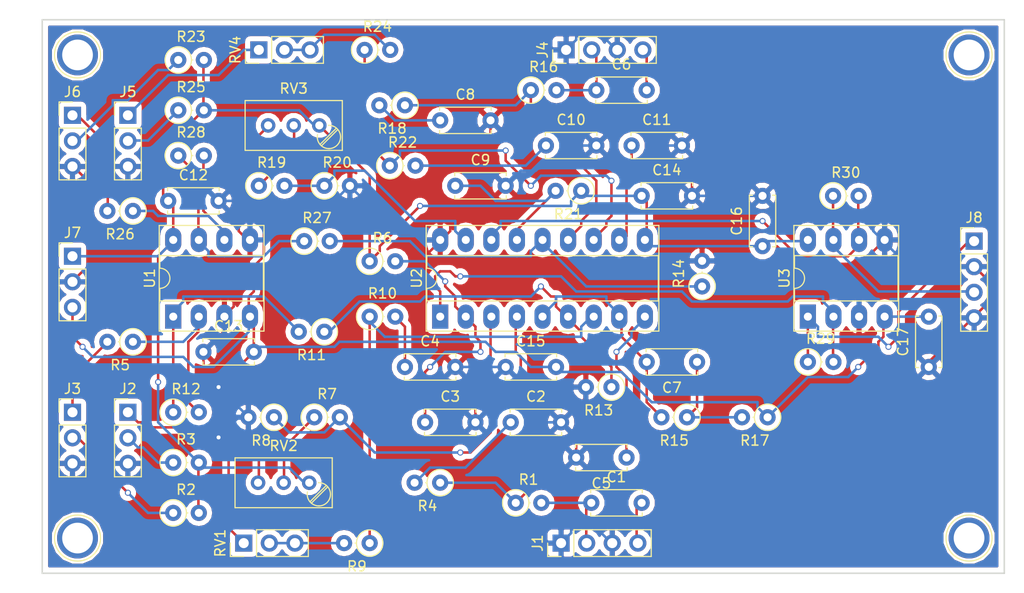
<source format=kicad_pcb>
(kicad_pcb (version 4) (host pcbnew 4.0.6)
  (layers (0 F.Cu signal) (31 B.Cu signal) (34 B.Paste user) (35 F.Paste user) (36 B.SilkS user) (37 F.SilkS user) (38 B.Mask user) (39 F.Mask user) (44 Edge.Cuts user))
  (net 0 "")
  (net 1 "Net-(C1-Pad1)")
  (net 2 "Net-(C1-Pad2)")
  (net 3 "Net-(C2-Pad1)")
  (net 4 GND)
  (net 5 "Net-(C3-Pad1)")
  (net 6 "Net-(C4-Pad1)")
  (net 7 "Net-(C5-Pad1)")
  (net 8 "Net-(C6-Pad1)")
  (net 9 "Net-(C6-Pad2)")
  (net 10 "Net-(C7-Pad1)")
  (net 11 "Net-(C7-Pad2)")
  (net 12 "Net-(C8-Pad1)")
  (net 13 "Net-(C9-Pad1)")
  (net 14 "Net-(C10-Pad1)")
  (net 15 "Net-(C11-Pad1)")
  (net 16 +15V)
  (net 17 -15V)
  (net 18 "Net-(J2-Pad1)")
  (net 19 "Net-(J2-Pad2)")
  (net 20 "Net-(J3-Pad1)")
  (net 21 "Net-(J3-Pad2)")
  (net 22 "Net-(J5-Pad1)")
  (net 23 "Net-(J5-Pad2)")
  (net 24 "Net-(J6-Pad1)")
  (net 25 "Net-(J6-Pad2)")
  (net 26 "Net-(J8-Pad1)")
  (net 27 "Net-(J8-Pad3)")
  (net 28 "Net-(R1-Pad1)")
  (net 29 "Net-(R12-Pad2)")
  (net 30 "Net-(R7-Pad1)")
  (net 31 "Net-(R7-Pad2)")
  (net 32 "Net-(R10-Pad1)")
  (net 33 "Net-(R9-Pad2)")
  (net 34 "Net-(R11-Pad1)")
  (net 35 "Net-(R11-Pad2)")
  (net 36 "Net-(R14-Pad1)")
  (net 37 "Net-(R16-Pad1)")
  (net 38 "Net-(R19-Pad1)")
  (net 39 "Net-(R19-Pad2)")
  (net 40 "Net-(R22-Pad1)")
  (net 41 "Net-(R24-Pad2)")
  (net 42 "Net-(R26-Pad1)")
  (net 43 "Net-(R27-Pad1)")
  (net 44 "Net-(R29-Pad2)")
  (net 45 "Net-(R30-Pad2)")
  (module Connectors:1pin (layer F.Cu) (at 150.5 109.5)
    (fp_text reference "" (at 0 -3.048) (layer F.SilkS))
    (fp_text value "")
    (pad 1 thru_hole circle (at 0 0) (size 4.064 4.064) (drill 3.048) (layers *.Cu *.Mask))
  )
  (module Connectors:1pin (layer F.Cu) (at 150.5 157.5)
    (fp_text reference "" (at 0 -3.048) (layer F.SilkS))
    (fp_text value "")
    (pad 1 thru_hole circle (at 0 0) (size 4.064 4.064) (drill 3.048) (layers *.Cu *.Mask))
  )
  (module Connectors:1pin (layer F.Cu) (at 239 157.5)
    (fp_text reference "" (at 0 -3.048) (layer F.SilkS))
    (fp_text value "")
    (pad 1 thru_hole circle (at 0 0) (size 4.064 4.064) (drill 3.048) (layers *.Cu *.Mask))
  )
  (module Connectors:1pin (layer F.Cu) (at 239 109.5)
    (fp_text reference "" (at 0 -3.048) (layer F.SilkS))
    (fp_text value "")
    (pad 1 thru_hole circle (at 0 0) (size 4.064 4.064) (drill 3.048) (layers *.Cu *.Mask))
  )
  (module Capacitors_THT:C_Disc_D5.0mm_W2.5mm_P5.00mm (layer F.Cu) (at 201.5 154)
    (fp_text reference C1 (at 2.5 -2.56) (layer F.SilkS))
    (fp_text value 220nF)
    (pad 1 thru_hole circle (at 0 0) (size 1.6 1.6) (drill 0.8) (layers *.Cu *.Mask) (net 1 "Net-(C1-Pad1)"))
    (pad 2 thru_hole circle (at 5 0) (size 1.6 1.6) (drill 0.8) (layers *.Cu *.Mask) (net 2 "Net-(C1-Pad2)"))
  )
  (module Capacitors_THT:C_Disc_D5.0mm_W2.5mm_P5.00mm (layer F.Cu) (at 193.5 146)
    (fp_text reference C2 (at 2.5 -2.56) (layer F.SilkS))
    (fp_text value 10nF)
    (pad 1 thru_hole circle (at 0 0) (size 1.6 1.6) (drill 0.8) (layers *.Cu *.Mask) (net 3 "Net-(C2-Pad1)"))
    (pad 2 thru_hole circle (at 5 0) (size 1.6 1.6) (drill 0.8) (layers *.Cu *.Mask) (net 4 GND))
  )
  (module Capacitors_THT:C_Disc_D5.0mm_W2.5mm_P5.00mm (layer F.Cu) (at 185 146)
    (fp_text reference C3 (at 2.5 -2.56) (layer F.SilkS))
    (fp_text value 1nF)
    (pad 1 thru_hole circle (at 0 0) (size 1.6 1.6) (drill 0.8) (layers *.Cu *.Mask) (net 5 "Net-(C3-Pad1)"))
    (pad 2 thru_hole circle (at 5 0) (size 1.6 1.6) (drill 0.8) (layers *.Cu *.Mask) (net 4 GND))
  )
  (module Capacitors_THT:C_Disc_D5.0mm_W2.5mm_P5.00mm (layer F.Cu) (at 183 140.5)
    (fp_text reference C4 (at 2.5 -2.56) (layer F.SilkS))
    (fp_text value 10nF)
    (pad 1 thru_hole circle (at 0 0) (size 1.6 1.6) (drill 0.8) (layers *.Cu *.Mask) (net 6 "Net-(C4-Pad1)"))
    (pad 2 thru_hole circle (at 5 0) (size 1.6 1.6) (drill 0.8) (layers *.Cu *.Mask) (net 4 GND))
  )
  (module Capacitors_THT:C_Disc_D5.0mm_W2.5mm_P5.00mm (layer F.Cu) (at 205 149.5 180)
    (fp_text reference C5 (at 2.5 -2.56 180) (layer F.SilkS))
    (fp_text value 5nF)
    (pad 1 thru_hole circle (at 0 0 180) (size 1.6 1.6) (drill 0.8) (layers *.Cu *.Mask) (net 7 "Net-(C5-Pad1)"))
    (pad 2 thru_hole circle (at 5 0 180) (size 1.6 1.6) (drill 0.8) (layers *.Cu *.Mask) (net 4 GND))
  )
  (module Capacitors_THT:C_Disc_D5.0mm_W2.5mm_P5.00mm (layer F.Cu) (at 202 113)
    (fp_text reference C6 (at 2.5 -2.56) (layer F.SilkS))
    (fp_text value 220nF)
    (pad 1 thru_hole circle (at 0 0) (size 1.6 1.6) (drill 0.8) (layers *.Cu *.Mask) (net 8 "Net-(C6-Pad1)"))
    (pad 2 thru_hole circle (at 5 0) (size 1.6 1.6) (drill 0.8) (layers *.Cu *.Mask) (net 9 "Net-(C6-Pad2)"))
  )
  (module Capacitors_THT:C_Disc_D5.0mm_W2.5mm_P5.00mm (layer F.Cu) (at 212 140 180)
    (fp_text reference C7 (at 2.5 -2.56 180) (layer F.SilkS))
    (fp_text value 100nF)
    (pad 1 thru_hole circle (at 0 0 180) (size 1.6 1.6) (drill 0.8) (layers *.Cu *.Mask) (net 10 "Net-(C7-Pad1)"))
    (pad 2 thru_hole circle (at 5 0 180) (size 1.6 1.6) (drill 0.8) (layers *.Cu *.Mask) (net 11 "Net-(C7-Pad2)"))
  )
  (module Capacitors_THT:C_Disc_D5.0mm_W2.5mm_P5.00mm (layer F.Cu) (at 186.5 116)
    (fp_text reference C8 (at 2.5 -2.56) (layer F.SilkS))
    (fp_text value 10nF)
    (pad 1 thru_hole circle (at 0 0) (size 1.6 1.6) (drill 0.8) (layers *.Cu *.Mask) (net 12 "Net-(C8-Pad1)"))
    (pad 2 thru_hole circle (at 5 0) (size 1.6 1.6) (drill 0.8) (layers *.Cu *.Mask) (net 4 GND))
  )
  (module Capacitors_THT:C_Disc_D5.0mm_W2.5mm_P5.00mm (layer F.Cu) (at 188 122.5)
    (fp_text reference C9 (at 2.5 -2.56) (layer F.SilkS))
    (fp_text value 1nF)
    (pad 1 thru_hole circle (at 0 0) (size 1.6 1.6) (drill 0.8) (layers *.Cu *.Mask) (net 13 "Net-(C9-Pad1)"))
    (pad 2 thru_hole circle (at 5 0) (size 1.6 1.6) (drill 0.8) (layers *.Cu *.Mask) (net 4 GND))
  )
  (module Capacitors_THT:C_Disc_D5.0mm_W2.5mm_P5.00mm (layer F.Cu) (at 197 118.5)
    (fp_text reference C10 (at 2.5 -2.56) (layer F.SilkS))
    (fp_text value 10nF)
    (pad 1 thru_hole circle (at 0 0) (size 1.6 1.6) (drill 0.8) (layers *.Cu *.Mask) (net 14 "Net-(C10-Pad1)"))
    (pad 2 thru_hole circle (at 5 0) (size 1.6 1.6) (drill 0.8) (layers *.Cu *.Mask) (net 4 GND))
  )
  (module Capacitors_THT:C_Disc_D5.0mm_W2.5mm_P5.00mm (layer F.Cu) (at 205.5 118.5)
    (fp_text reference C11 (at 2.5 -2.56) (layer F.SilkS))
    (fp_text value 5nF)
    (pad 1 thru_hole circle (at 0 0) (size 1.6 1.6) (drill 0.8) (layers *.Cu *.Mask) (net 15 "Net-(C11-Pad1)"))
    (pad 2 thru_hole circle (at 5 0) (size 1.6 1.6) (drill 0.8) (layers *.Cu *.Mask) (net 4 GND))
  )
  (module Capacitors_THT:C_Disc_D5.0mm_W2.5mm_P5.00mm (layer F.Cu) (at 159.5 124)
    (fp_text reference C12 (at 2.5 -2.56) (layer F.SilkS))
    (fp_text value 100nF)
    (pad 1 thru_hole circle (at 0 0) (size 1.6 1.6) (drill 0.8) (layers *.Cu *.Mask) (net 16 +15V))
    (pad 2 thru_hole circle (at 5 0) (size 1.6 1.6) (drill 0.8) (layers *.Cu *.Mask) (net 4 GND))
  )
  (module Capacitors_THT:C_Disc_D5.0mm_W2.5mm_P5.00mm (layer F.Cu) (at 163 139)
    (fp_text reference C13 (at 2.5 -2.56) (layer F.SilkS))
    (fp_text value 100nF)
    (pad 1 thru_hole circle (at 0 0) (size 1.6 1.6) (drill 0.8) (layers *.Cu *.Mask) (net 4 GND))
    (pad 2 thru_hole circle (at 5 0) (size 1.6 1.6) (drill 0.8) (layers *.Cu *.Mask) (net 17 -15V))
  )
  (module Capacitors_THT:C_Disc_D5.0mm_W2.5mm_P5.00mm (layer F.Cu) (at 206.5 123.5)
    (fp_text reference C14 (at 2.5 -2.56) (layer F.SilkS))
    (fp_text value 100nF)
    (pad 1 thru_hole circle (at 0 0) (size 1.6 1.6) (drill 0.8) (layers *.Cu *.Mask) (net 16 +15V))
    (pad 2 thru_hole circle (at 5 0) (size 1.6 1.6) (drill 0.8) (layers *.Cu *.Mask) (net 4 GND))
  )
  (module Capacitors_THT:C_Disc_D5.0mm_W2.5mm_P5.00mm (layer F.Cu) (at 193 140.5)
    (fp_text reference C15 (at 2.5 -2.56) (layer F.SilkS))
    (fp_text value 100nF)
    (pad 1 thru_hole circle (at 0 0) (size 1.6 1.6) (drill 0.8) (layers *.Cu *.Mask) (net 4 GND))
    (pad 2 thru_hole circle (at 5 0) (size 1.6 1.6) (drill 0.8) (layers *.Cu *.Mask) (net 17 -15V))
  )
  (module Capacitors_THT:C_Disc_D5.0mm_W2.5mm_P5.00mm (layer F.Cu) (at 218.5 128.5 90)
    (fp_text reference C16 (at 2.5 -2.56 90) (layer F.SilkS))
    (fp_text value 100nF)
    (pad 1 thru_hole circle (at 0 0 90) (size 1.6 1.6) (drill 0.8) (layers *.Cu *.Mask) (net 16 +15V))
    (pad 2 thru_hole circle (at 5 0 90) (size 1.6 1.6) (drill 0.8) (layers *.Cu *.Mask) (net 4 GND))
  )
  (module Capacitors_THT:C_Disc_D5.0mm_W2.5mm_P5.00mm (layer F.Cu) (at 235 140.5 90)
    (fp_text reference C17 (at 2.5 -2.56 90) (layer F.SilkS))
    (fp_text value 100nF)
    (pad 1 thru_hole circle (at 0 0 90) (size 1.6 1.6) (drill 0.8) (layers *.Cu *.Mask) (net 4 GND))
    (pad 2 thru_hole circle (at 5 0 90) (size 1.6 1.6) (drill 0.8) (layers *.Cu *.Mask) (net 17 -15V))
  )
  (module Pin_Headers:Pin_Header_Straight_1x04_Pitch2.54mm (layer F.Cu) (at 198.5 158 90)
    (fp_text reference J1 (at 0 -2.33 90) (layer F.SilkS))
    (fp_text value CONN_01X04)
    (pad 1 thru_hole rect (at 0 0 90) (size 1.7 1.7) (drill 1) (layers *.Cu *.Mask) (net 4 GND))
    (pad 2 thru_hole oval (at 0 2.54 90) (size 1.7 1.7) (drill 1) (layers *.Cu *.Mask) (net 1 "Net-(C1-Pad1)"))
    (pad 3 thru_hole oval (at 0 5.08 90) (size 1.7 1.7) (drill 1) (layers *.Cu *.Mask) (net 4 GND))
    (pad 4 thru_hole oval (at 0 7.62 90) (size 1.7 1.7) (drill 1) (layers *.Cu *.Mask) (net 2 "Net-(C1-Pad2)"))
  )
  (module Pin_Headers:Pin_Header_Straight_1x03_Pitch2.54mm (layer F.Cu) (at 155.5 145)
    (fp_text reference J2 (at 0 -2.33) (layer F.SilkS))
    (fp_text value JACK_2P)
    (pad 1 thru_hole rect (at 0 0) (size 1.7 1.7) (drill 1) (layers *.Cu *.Mask) (net 18 "Net-(J2-Pad1)"))
    (pad 2 thru_hole oval (at 0 2.54) (size 1.7 1.7) (drill 1) (layers *.Cu *.Mask) (net 19 "Net-(J2-Pad2)"))
    (pad 3 thru_hole oval (at 0 5.08) (size 1.7 1.7) (drill 1) (layers *.Cu *.Mask) (net 4 GND))
  )
  (module Pin_Headers:Pin_Header_Straight_1x03_Pitch2.54mm (layer F.Cu) (at 150 145)
    (fp_text reference J3 (at 0 -2.33) (layer F.SilkS))
    (fp_text value JACK_2P)
    (pad 1 thru_hole rect (at 0 0) (size 1.7 1.7) (drill 1) (layers *.Cu *.Mask) (net 20 "Net-(J3-Pad1)"))
    (pad 2 thru_hole oval (at 0 2.54) (size 1.7 1.7) (drill 1) (layers *.Cu *.Mask) (net 21 "Net-(J3-Pad2)"))
    (pad 3 thru_hole oval (at 0 5.08) (size 1.7 1.7) (drill 1) (layers *.Cu *.Mask) (net 4 GND))
  )
  (module Pin_Headers:Pin_Header_Straight_1x04_Pitch2.54mm (layer F.Cu) (at 199 109 90)
    (fp_text reference J4 (at 0 -2.33 90) (layer F.SilkS))
    (fp_text value CONN_01X04)
    (pad 1 thru_hole rect (at 0 0 90) (size 1.7 1.7) (drill 1) (layers *.Cu *.Mask) (net 4 GND))
    (pad 2 thru_hole oval (at 0 2.54 90) (size 1.7 1.7) (drill 1) (layers *.Cu *.Mask) (net 8 "Net-(C6-Pad1)"))
    (pad 3 thru_hole oval (at 0 5.08 90) (size 1.7 1.7) (drill 1) (layers *.Cu *.Mask) (net 4 GND))
    (pad 4 thru_hole oval (at 0 7.62 90) (size 1.7 1.7) (drill 1) (layers *.Cu *.Mask) (net 9 "Net-(C6-Pad2)"))
  )
  (module Pin_Headers:Pin_Header_Straight_1x03_Pitch2.54mm (layer F.Cu) (at 155.5 115.5)
    (fp_text reference J5 (at 0 -2.33) (layer F.SilkS))
    (fp_text value JACK_2P)
    (pad 1 thru_hole rect (at 0 0) (size 1.7 1.7) (drill 1) (layers *.Cu *.Mask) (net 22 "Net-(J5-Pad1)"))
    (pad 2 thru_hole oval (at 0 2.54) (size 1.7 1.7) (drill 1) (layers *.Cu *.Mask) (net 23 "Net-(J5-Pad2)"))
    (pad 3 thru_hole oval (at 0 5.08) (size 1.7 1.7) (drill 1) (layers *.Cu *.Mask) (net 4 GND))
  )
  (module Pin_Headers:Pin_Header_Straight_1x03_Pitch2.54mm (layer F.Cu) (at 150 115.5)
    (fp_text reference J6 (at 0 -2.33) (layer F.SilkS))
    (fp_text value JACK_2P)
    (pad 1 thru_hole rect (at 0 0) (size 1.7 1.7) (drill 1) (layers *.Cu *.Mask) (net 24 "Net-(J6-Pad1)"))
    (pad 2 thru_hole oval (at 0 2.54) (size 1.7 1.7) (drill 1) (layers *.Cu *.Mask) (net 25 "Net-(J6-Pad2)"))
    (pad 3 thru_hole oval (at 0 5.08) (size 1.7 1.7) (drill 1) (layers *.Cu *.Mask) (net 4 GND))
  )
  (module Pin_Headers:Pin_Header_Straight_1x03_Pitch2.54mm (layer F.Cu) (at 150 129.5)
    (fp_text reference J7 (at 0 -2.33) (layer F.SilkS))
    (fp_text value CONN_01X03_MALE)
    (pad 1 thru_hole rect (at 0 0) (size 1.7 1.7) (drill 1) (layers *.Cu *.Mask) (net 16 +15V))
    (pad 2 thru_hole oval (at 0 2.54) (size 1.7 1.7) (drill 1) (layers *.Cu *.Mask) (net 4 GND))
    (pad 3 thru_hole oval (at 0 5.08) (size 1.7 1.7) (drill 1) (layers *.Cu *.Mask) (net 17 -15V))
  )
  (module Pin_Headers:Pin_Header_Straight_1x04_Pitch2.54mm (layer F.Cu) (at 239.5 128)
    (fp_text reference J8 (at 0 -2.33) (layer F.SilkS))
    (fp_text value CONN_01X04)
    (pad 1 thru_hole rect (at 0 0) (size 1.7 1.7) (drill 1) (layers *.Cu *.Mask) (net 26 "Net-(J8-Pad1)"))
    (pad 2 thru_hole oval (at 0 2.54) (size 1.7 1.7) (drill 1) (layers *.Cu *.Mask) (net 4 GND))
    (pad 3 thru_hole oval (at 0 5.08) (size 1.7 1.7) (drill 1) (layers *.Cu *.Mask) (net 27 "Net-(J8-Pad3)"))
    (pad 4 thru_hole oval (at 0 7.62) (size 1.7 1.7) (drill 1) (layers *.Cu *.Mask) (net 4 GND))
  )
  (module Resistors_THT:R_Axial_DIN0207_L6.3mm_D2.5mm_P2.54mm_Vertical (layer F.Cu) (at 194 154)
    (fp_text reference R1 (at 1.27 -2.31) (layer F.SilkS))
    (fp_text value 100K)
    (pad 1 thru_hole circle (at 0 0) (size 1.6 1.6) (drill 0.8) (layers *.Cu *.Mask) (net 28 "Net-(R1-Pad1)"))
    (pad 2 thru_hole oval (at 2.54 0) (size 1.6 1.6) (drill 0.8) (layers *.Cu *.Mask) (net 1 "Net-(C1-Pad1)"))
  )
  (module Resistors_THT:R_Axial_DIN0207_L6.3mm_D2.5mm_P2.54mm_Vertical (layer F.Cu) (at 160 155)
    (fp_text reference R2 (at 1.27 -2.31) (layer F.SilkS))
    (fp_text value 51K)
    (pad 1 thru_hole circle (at 0 0) (size 1.6 1.6) (drill 0.8) (layers *.Cu *.Mask) (net 21 "Net-(J3-Pad2)"))
    (pad 2 thru_hole oval (at 2.54 0) (size 1.6 1.6) (drill 0.8) (layers *.Cu *.Mask) (net 16 +15V))
  )
  (module Resistors_THT:R_Axial_DIN0207_L6.3mm_D2.5mm_P2.54mm_Vertical (layer F.Cu) (at 160 150)
    (fp_text reference R3 (at 1.27 -2.31) (layer F.SilkS))
    (fp_text value 51K)
    (pad 1 thru_hole circle (at 0 0) (size 1.6 1.6) (drill 0.8) (layers *.Cu *.Mask) (net 19 "Net-(J2-Pad2)"))
    (pad 2 thru_hole oval (at 2.54 0) (size 1.6 1.6) (drill 0.8) (layers *.Cu *.Mask) (net 16 +15V))
  )
  (module Resistors_THT:R_Axial_DIN0207_L6.3mm_D2.5mm_P2.54mm_Vertical (layer F.Cu) (at 186.5 152 180)
    (fp_text reference R4 (at 1.27 -2.31 180) (layer F.SilkS))
    (fp_text value 1K)
    (pad 1 thru_hole circle (at 0 0 180) (size 1.6 1.6) (drill 0.8) (layers *.Cu *.Mask) (net 28 "Net-(R1-Pad1)"))
    (pad 2 thru_hole oval (at 2.54 0 180) (size 1.6 1.6) (drill 0.8) (layers *.Cu *.Mask) (net 3 "Net-(C2-Pad1)"))
  )
  (module Resistors_THT:R_Axial_DIN0207_L6.3mm_D2.5mm_P2.54mm_Vertical (layer F.Cu) (at 156 138 180)
    (fp_text reference R5 (at 1.27 -2.31 180) (layer F.SilkS))
    (fp_text value 100K)
    (pad 1 thru_hole circle (at 0 0 180) (size 1.6 1.6) (drill 0.8) (layers *.Cu *.Mask) (net 29 "Net-(R12-Pad2)"))
    (pad 2 thru_hole oval (at 2.54 0 180) (size 1.6 1.6) (drill 0.8) (layers *.Cu *.Mask) (net 20 "Net-(J3-Pad1)"))
  )
  (module Resistors_THT:R_Axial_DIN0207_L6.3mm_D2.5mm_P2.54mm_Vertical (layer F.Cu) (at 179.5 130)
    (fp_text reference R6 (at 1.27 -2.31) (layer F.SilkS))
    (fp_text value 150K)
    (pad 1 thru_hole circle (at 0 0) (size 1.6 1.6) (drill 0.8) (layers *.Cu *.Mask) (net 16 +15V))
    (pad 2 thru_hole oval (at 2.54 0) (size 1.6 1.6) (drill 0.8) (layers *.Cu *.Mask) (net 5 "Net-(C3-Pad1)"))
  )
  (module Resistors_THT:R_Axial_DIN0207_L6.3mm_D2.5mm_P2.54mm_Vertical (layer F.Cu) (at 174 145.5)
    (fp_text reference R7 (at 1.27 -2.31) (layer F.SilkS))
    (fp_text value 150K)
    (pad 1 thru_hole circle (at 0 0) (size 1.6 1.6) (drill 0.8) (layers *.Cu *.Mask) (net 30 "Net-(R7-Pad1)"))
    (pad 2 thru_hole oval (at 2.54 0) (size 1.6 1.6) (drill 0.8) (layers *.Cu *.Mask) (net 31 "Net-(R7-Pad2)"))
  )
  (module Resistors_THT:R_Axial_DIN0207_L6.3mm_D2.5mm_P2.54mm_Vertical (layer F.Cu) (at 170 145.5 180)
    (fp_text reference R8 (at 1.27 -2.31 180) (layer F.SilkS))
    (fp_text value 100)
    (pad 1 thru_hole circle (at 0 0 180) (size 1.6 1.6) (drill 0.8) (layers *.Cu *.Mask) (net 31 "Net-(R7-Pad2)"))
    (pad 2 thru_hole oval (at 2.54 0 180) (size 1.6 1.6) (drill 0.8) (layers *.Cu *.Mask) (net 4 GND))
  )
  (module Resistors_THT:R_Axial_DIN0207_L6.3mm_D2.5mm_P2.54mm_Vertical (layer F.Cu) (at 179.5 158 180)
    (fp_text reference R9 (at 1.27 -2.31 180) (layer F.SilkS))
    (fp_text value 51K)
    (pad 1 thru_hole circle (at 0 0 180) (size 1.6 1.6) (drill 0.8) (layers *.Cu *.Mask) (net 32 "Net-(R10-Pad1)"))
    (pad 2 thru_hole oval (at 2.54 0 180) (size 1.6 1.6) (drill 0.8) (layers *.Cu *.Mask) (net 33 "Net-(R9-Pad2)"))
  )
  (module Resistors_THT:R_Axial_DIN0207_L6.3mm_D2.5mm_P2.54mm_Vertical (layer F.Cu) (at 179.5 135.5)
    (fp_text reference R10 (at 1.27 -2.31) (layer F.SilkS))
    (fp_text value 1K)
    (pad 1 thru_hole circle (at 0 0) (size 1.6 1.6) (drill 0.8) (layers *.Cu *.Mask) (net 32 "Net-(R10-Pad1)"))
    (pad 2 thru_hole oval (at 2.54 0) (size 1.6 1.6) (drill 0.8) (layers *.Cu *.Mask) (net 6 "Net-(C4-Pad1)"))
  )
  (module Resistors_THT:R_Axial_DIN0207_L6.3mm_D2.5mm_P2.54mm_Vertical (layer F.Cu) (at 175 137 180)
    (fp_text reference R11 (at 1.27 -2.31 180) (layer F.SilkS))
    (fp_text value 33K)
    (pad 1 thru_hole circle (at 0 0 180) (size 1.6 1.6) (drill 0.8) (layers *.Cu *.Mask) (net 34 "Net-(R11-Pad1)"))
    (pad 2 thru_hole oval (at 2.54 0 180) (size 1.6 1.6) (drill 0.8) (layers *.Cu *.Mask) (net 35 "Net-(R11-Pad2)"))
  )
  (module Resistors_THT:R_Axial_DIN0207_L6.3mm_D2.5mm_P2.54mm_Vertical (layer F.Cu) (at 160 145)
    (fp_text reference R12 (at 1.27 -2.31) (layer F.SilkS))
    (fp_text value 100K)
    (pad 1 thru_hole circle (at 0 0) (size 1.6 1.6) (drill 0.8) (layers *.Cu *.Mask) (net 35 "Net-(R11-Pad2)"))
    (pad 2 thru_hole oval (at 2.54 0) (size 1.6 1.6) (drill 0.8) (layers *.Cu *.Mask) (net 29 "Net-(R12-Pad2)"))
  )
  (module Resistors_THT:R_Axial_DIN0207_L6.3mm_D2.5mm_P2.54mm_Vertical (layer F.Cu) (at 203.5 142.5 180)
    (fp_text reference R13 (at 1.27 -2.31 180) (layer F.SilkS))
    (fp_text value 1K)
    (pad 1 thru_hole circle (at 0 0 180) (size 1.6 1.6) (drill 0.8) (layers *.Cu *.Mask) (net 34 "Net-(R11-Pad1)"))
    (pad 2 thru_hole oval (at 2.54 0 180) (size 1.6 1.6) (drill 0.8) (layers *.Cu *.Mask) (net 4 GND))
  )
  (module Resistors_THT:R_Axial_DIN0207_L6.3mm_D2.5mm_P2.54mm_Vertical (layer F.Cu) (at 212.5 132.5 90)
    (fp_text reference R14 (at 1.27 -2.31 90) (layer F.SilkS))
    (fp_text value 1K)
    (pad 1 thru_hole circle (at 0 0 90) (size 1.6 1.6) (drill 0.8) (layers *.Cu *.Mask) (net 36 "Net-(R14-Pad1)"))
    (pad 2 thru_hole oval (at 2.54 0 90) (size 1.6 1.6) (drill 0.8) (layers *.Cu *.Mask) (net 4 GND))
  )
  (module Resistors_THT:R_Axial_DIN0207_L6.3mm_D2.5mm_P2.54mm_Vertical (layer F.Cu) (at 211 145.5 180)
    (fp_text reference R15 (at 1.27 -2.31 180) (layer F.SilkS))
    (fp_text value 6K8)
    (pad 1 thru_hole circle (at 0 0 180) (size 1.6 1.6) (drill 0.8) (layers *.Cu *.Mask) (net 10 "Net-(C7-Pad1)"))
    (pad 2 thru_hole oval (at 2.54 0 180) (size 1.6 1.6) (drill 0.8) (layers *.Cu *.Mask) (net 11 "Net-(C7-Pad2)"))
  )
  (module Resistors_THT:R_Axial_DIN0207_L6.3mm_D2.5mm_P2.54mm_Vertical (layer F.Cu) (at 195.5 113)
    (fp_text reference R16 (at 1.27 -2.31) (layer F.SilkS))
    (fp_text value 100K)
    (pad 1 thru_hole circle (at 0 0) (size 1.6 1.6) (drill 0.8) (layers *.Cu *.Mask) (net 37 "Net-(R16-Pad1)"))
    (pad 2 thru_hole oval (at 2.54 0) (size 1.6 1.6) (drill 0.8) (layers *.Cu *.Mask) (net 8 "Net-(C6-Pad1)"))
  )
  (module Resistors_THT:R_Axial_DIN0207_L6.3mm_D2.5mm_P2.54mm_Vertical (layer F.Cu) (at 219 145.5 180)
    (fp_text reference R17 (at 1.27 -2.31 180) (layer F.SilkS))
    (fp_text value 680)
    (pad 1 thru_hole circle (at 0 0 180) (size 1.6 1.6) (drill 0.8) (layers *.Cu *.Mask) (net 17 -15V))
    (pad 2 thru_hole oval (at 2.54 0 180) (size 1.6 1.6) (drill 0.8) (layers *.Cu *.Mask) (net 10 "Net-(C7-Pad1)"))
  )
  (module Resistors_THT:R_Axial_DIN0207_L6.3mm_D2.5mm_P2.54mm_Vertical (layer F.Cu) (at 183 114.5 180)
    (fp_text reference R18 (at 1.27 -2.31 180) (layer F.SilkS))
    (fp_text value 1K)
    (pad 1 thru_hole circle (at 0 0 180) (size 1.6 1.6) (drill 0.8) (layers *.Cu *.Mask) (net 37 "Net-(R16-Pad1)"))
    (pad 2 thru_hole oval (at 2.54 0 180) (size 1.6 1.6) (drill 0.8) (layers *.Cu *.Mask) (net 12 "Net-(C8-Pad1)"))
  )
  (module Resistors_THT:R_Axial_DIN0207_L6.3mm_D2.5mm_P2.54mm_Vertical (layer F.Cu) (at 168.5 122.5)
    (fp_text reference R19 (at 1.27 -2.31) (layer F.SilkS))
    (fp_text value 150K)
    (pad 1 thru_hole circle (at 0 0) (size 1.6 1.6) (drill 0.8) (layers *.Cu *.Mask) (net 38 "Net-(R19-Pad1)"))
    (pad 2 thru_hole oval (at 2.54 0) (size 1.6 1.6) (drill 0.8) (layers *.Cu *.Mask) (net 39 "Net-(R19-Pad2)"))
  )
  (module Resistors_THT:R_Axial_DIN0207_L6.3mm_D2.5mm_P2.54mm_Vertical (layer F.Cu) (at 175 122.5)
    (fp_text reference R20 (at 1.27 -2.31) (layer F.SilkS))
    (fp_text value 100)
    (pad 1 thru_hole circle (at 0 0) (size 1.6 1.6) (drill 0.8) (layers *.Cu *.Mask) (net 39 "Net-(R19-Pad2)"))
    (pad 2 thru_hole oval (at 2.54 0) (size 1.6 1.6) (drill 0.8) (layers *.Cu *.Mask) (net 4 GND))
  )
  (module Resistors_THT:R_Axial_DIN0207_L6.3mm_D2.5mm_P2.54mm_Vertical (layer F.Cu) (at 200.5 123 180)
    (fp_text reference R21 (at 1.27 -2.31 180) (layer F.SilkS))
    (fp_text value 150K)
    (pad 1 thru_hole circle (at 0 0 180) (size 1.6 1.6) (drill 0.8) (layers *.Cu *.Mask) (net 16 +15V))
    (pad 2 thru_hole oval (at 2.54 0 180) (size 1.6 1.6) (drill 0.8) (layers *.Cu *.Mask) (net 13 "Net-(C9-Pad1)"))
  )
  (module Resistors_THT:R_Axial_DIN0207_L6.3mm_D2.5mm_P2.54mm_Vertical (layer F.Cu) (at 181.5 120.5)
    (fp_text reference R22 (at 1.27 -2.31) (layer F.SilkS))
    (fp_text value 1K)
    (pad 1 thru_hole circle (at 0 0) (size 1.6 1.6) (drill 0.8) (layers *.Cu *.Mask) (net 40 "Net-(R22-Pad1)"))
    (pad 2 thru_hole oval (at 2.54 0) (size 1.6 1.6) (drill 0.8) (layers *.Cu *.Mask) (net 14 "Net-(C10-Pad1)"))
  )
  (module Resistors_THT:R_Axial_DIN0207_L6.3mm_D2.5mm_P2.54mm_Vertical (layer F.Cu) (at 160.5 110)
    (fp_text reference R23 (at 1.27 -2.31) (layer F.SilkS))
    (fp_text value 51K)
    (pad 1 thru_hole circle (at 0 0) (size 1.6 1.6) (drill 0.8) (layers *.Cu *.Mask) (net 25 "Net-(J6-Pad2)"))
    (pad 2 thru_hole oval (at 2.54 0) (size 1.6 1.6) (drill 0.8) (layers *.Cu *.Mask) (net 16 +15V))
  )
  (module Resistors_THT:R_Axial_DIN0207_L6.3mm_D2.5mm_P2.54mm_Vertical (layer F.Cu) (at 179 109)
    (fp_text reference R24 (at 1.27 -2.31) (layer F.SilkS))
    (fp_text value 51K)
    (pad 1 thru_hole circle (at 0 0) (size 1.6 1.6) (drill 0.8) (layers *.Cu *.Mask) (net 40 "Net-(R22-Pad1)"))
    (pad 2 thru_hole oval (at 2.54 0) (size 1.6 1.6) (drill 0.8) (layers *.Cu *.Mask) (net 41 "Net-(R24-Pad2)"))
  )
  (module Resistors_THT:R_Axial_DIN0207_L6.3mm_D2.5mm_P2.54mm_Vertical (layer F.Cu) (at 160.5 115)
    (fp_text reference R25 (at 1.27 -2.31) (layer F.SilkS))
    (fp_text value 51K)
    (pad 1 thru_hole circle (at 0 0) (size 1.6 1.6) (drill 0.8) (layers *.Cu *.Mask) (net 23 "Net-(J5-Pad2)"))
    (pad 2 thru_hole oval (at 2.54 0) (size 1.6 1.6) (drill 0.8) (layers *.Cu *.Mask) (net 16 +15V))
  )
  (module Resistors_THT:R_Axial_DIN0207_L6.3mm_D2.5mm_P2.54mm_Vertical (layer F.Cu) (at 156 125 180)
    (fp_text reference R26 (at 1.27 -2.31 180) (layer F.SilkS))
    (fp_text value 100K)
    (pad 1 thru_hole circle (at 0 0 180) (size 1.6 1.6) (drill 0.8) (layers *.Cu *.Mask) (net 42 "Net-(R26-Pad1)"))
    (pad 2 thru_hole oval (at 2.54 0 180) (size 1.6 1.6) (drill 0.8) (layers *.Cu *.Mask) (net 24 "Net-(J6-Pad1)"))
  )
  (module Resistors_THT:R_Axial_DIN0207_L6.3mm_D2.5mm_P2.54mm_Vertical (layer F.Cu) (at 173 128)
    (fp_text reference R27 (at 1.27 -2.31) (layer F.SilkS))
    (fp_text value 33K)
    (pad 1 thru_hole circle (at 0 0) (size 1.6 1.6) (drill 0.8) (layers *.Cu *.Mask) (net 43 "Net-(R27-Pad1)"))
    (pad 2 thru_hole oval (at 2.54 0) (size 1.6 1.6) (drill 0.8) (layers *.Cu *.Mask) (net 36 "Net-(R14-Pad1)"))
  )
  (module Resistors_THT:R_Axial_DIN0207_L6.3mm_D2.5mm_P2.54mm_Vertical (layer F.Cu) (at 160.5 119.5)
    (fp_text reference R28 (at 1.27 -2.31) (layer F.SilkS))
    (fp_text value 100K)
    (pad 1 thru_hole circle (at 0 0) (size 1.6 1.6) (drill 0.8) (layers *.Cu *.Mask) (net 43 "Net-(R27-Pad1)"))
    (pad 2 thru_hole oval (at 2.54 0) (size 1.6 1.6) (drill 0.8) (layers *.Cu *.Mask) (net 42 "Net-(R26-Pad1)"))
  )
  (module Resistors_THT:R_Axial_DIN0207_L6.3mm_D2.5mm_P2.54mm_Vertical (layer F.Cu) (at 223 140)
    (fp_text reference R29 (at 1.27 -2.31) (layer F.SilkS))
    (fp_text value 51K)
    (pad 1 thru_hole circle (at 0 0) (size 1.6 1.6) (drill 0.8) (layers *.Cu *.Mask) (net 26 "Net-(J8-Pad1)"))
    (pad 2 thru_hole oval (at 2.54 0) (size 1.6 1.6) (drill 0.8) (layers *.Cu *.Mask) (net 44 "Net-(R29-Pad2)"))
  )
  (module Resistors_THT:R_Axial_DIN0207_L6.3mm_D2.5mm_P2.54mm_Vertical (layer F.Cu) (at 225.5 123.5)
    (fp_text reference R30 (at 1.27 -2.31) (layer F.SilkS))
    (fp_text value 51K)
    (pad 1 thru_hole circle (at 0 0) (size 1.6 1.6) (drill 0.8) (layers *.Cu *.Mask) (net 27 "Net-(J8-Pad3)"))
    (pad 2 thru_hole oval (at 2.54 0) (size 1.6 1.6) (drill 0.8) (layers *.Cu *.Mask) (net 45 "Net-(R30-Pad2)"))
  )
  (module Pin_Headers:Pin_Header_Straight_1x03_Pitch2.54mm (layer F.Cu) (at 167 158 90)
    (fp_text reference RV1 (at 0 -2.33 90) (layer F.SilkS))
    (fp_text value 100k)
    (pad 1 thru_hole rect (at 0 0 90) (size 1.7 1.7) (drill 1) (layers *.Cu *.Mask) (net 18 "Net-(J2-Pad1)"))
    (pad 2 thru_hole oval (at 0 2.54 90) (size 1.7 1.7) (drill 1) (layers *.Cu *.Mask) (net 33 "Net-(R9-Pad2)"))
    (pad 3 thru_hole oval (at 0 5.08 90) (size 1.7 1.7) (drill 1) (layers *.Cu *.Mask) (net 33 "Net-(R9-Pad2)"))
  )
  (module Potentiometers:Potentiometer_Trimmer_Bourns_3296W (layer F.Cu) (at 173.5 152)
    (fp_text reference RV2 (at -2.54 -3.66) (layer F.SilkS))
    (fp_text value 100K)
    (pad 1 thru_hole circle (at 0 0) (size 1.44 1.44) (drill 0.8) (layers *.Cu *.Mask) (net 16 +15V))
    (pad 2 thru_hole circle (at -2.54 0) (size 1.44 1.44) (drill 0.8) (layers *.Cu *.Mask) (net 30 "Net-(R7-Pad1)"))
    (pad 3 thru_hole circle (at -5.08 0) (size 1.44 1.44) (drill 0.8) (layers *.Cu *.Mask) (net 17 -15V))
  )
  (module Potentiometers:Potentiometer_Trimmer_Bourns_3296W (layer F.Cu) (at 174.5 116.5)
    (fp_text reference RV3 (at -2.54 -3.66) (layer F.SilkS))
    (fp_text value 100K)
    (pad 1 thru_hole circle (at 0 0) (size 1.44 1.44) (drill 0.8) (layers *.Cu *.Mask) (net 16 +15V))
    (pad 2 thru_hole circle (at -2.54 0) (size 1.44 1.44) (drill 0.8) (layers *.Cu *.Mask) (net 38 "Net-(R19-Pad1)"))
    (pad 3 thru_hole circle (at -5.08 0) (size 1.44 1.44) (drill 0.8) (layers *.Cu *.Mask) (net 17 -15V))
  )
  (module Pin_Headers:Pin_Header_Straight_1x03_Pitch2.54mm (layer F.Cu) (at 168.5 109 90)
    (fp_text reference RV4 (at 0 -2.33 90) (layer F.SilkS))
    (fp_text value 100k)
    (pad 1 thru_hole rect (at 0 0 90) (size 1.7 1.7) (drill 1) (layers *.Cu *.Mask) (net 22 "Net-(J5-Pad1)"))
    (pad 2 thru_hole oval (at 0 2.54 90) (size 1.7 1.7) (drill 1) (layers *.Cu *.Mask) (net 41 "Net-(R24-Pad2)"))
    (pad 3 thru_hole oval (at 0 5.08 90) (size 1.7 1.7) (drill 1) (layers *.Cu *.Mask) (net 41 "Net-(R24-Pad2)"))
  )
  (module Housings_DIP:DIP-8_W7.62mm_Socket_LongPads (layer F.Cu) (at 160 135.5 90)
    (fp_text reference U1 (at 3.81 -2.33 90) (layer F.SilkS))
    (fp_text value TL072)
    (pad 1 thru_hole rect (at 0 0 90) (size 2.4 1.6) (drill 0.8) (layers *.Cu *.Mask) (net 35 "Net-(R11-Pad2)"))
    (pad 5 thru_hole oval (at 7.62 7.62 90) (size 2.4 1.6) (drill 0.8) (layers *.Cu *.Mask) (net 4 GND))
    (pad 2 thru_hole oval (at 0 2.54 90) (size 2.4 1.6) (drill 0.8) (layers *.Cu *.Mask) (net 29 "Net-(R12-Pad2)"))
    (pad 6 thru_hole oval (at 7.62 5.08 90) (size 2.4 1.6) (drill 0.8) (layers *.Cu *.Mask) (net 42 "Net-(R26-Pad1)"))
    (pad 3 thru_hole oval (at 0 5.08 90) (size 2.4 1.6) (drill 0.8) (layers *.Cu *.Mask) (net 4 GND))
    (pad 7 thru_hole oval (at 7.62 2.54 90) (size 2.4 1.6) (drill 0.8) (layers *.Cu *.Mask) (net 43 "Net-(R27-Pad1)"))
    (pad 4 thru_hole oval (at 0 7.62 90) (size 2.4 1.6) (drill 0.8) (layers *.Cu *.Mask) (net 17 -15V))
    (pad 8 thru_hole oval (at 7.62 0 90) (size 2.4 1.6) (drill 0.8) (layers *.Cu *.Mask) (net 16 +15V))
  )
  (module Housings_DIP:DIP-18_W7.62mm_Socket_LongPads (layer F.Cu) (at 186.5 135.5 90)
    (fp_text reference U2 (at 3.81 -2.33 90) (layer F.SilkS))
    (fp_text value AS3330)
    (pad 1 thru_hole rect (at 0 0 90) (size 2.4 1.6) (drill 0.8) (layers *.Cu *.Mask) (net 44 "Net-(R29-Pad2)"))
    (pad 10 thru_hole oval (at 7.62 20.32 90) (size 2.4 1.6) (drill 0.8) (layers *.Cu *.Mask) (net 16 +15V))
    (pad 2 thru_hole oval (at 0 2.54 90) (size 2.4 1.6) (drill 0.8) (layers *.Cu *.Mask) (net 5 "Net-(C3-Pad1)"))
    (pad 11 thru_hole oval (at 7.62 17.78 90) (size 2.4 1.6) (drill 0.8) (layers *.Cu *.Mask) (net 15 "Net-(C11-Pad1)"))
    (pad 3 thru_hole oval (at 0 5.08 90) (size 2.4 1.6) (drill 0.8) (layers *.Cu *.Mask) (net 31 "Net-(R7-Pad2)"))
    (pad 12 thru_hole oval (at 7.62 15.24 90) (size 2.4 1.6) (drill 0.8) (layers *.Cu *.Mask) (net 40 "Net-(R22-Pad1)"))
    (pad 4 thru_hole oval (at 0 7.62 90) (size 2.4 1.6) (drill 0.8) (layers *.Cu *.Mask) (net 28 "Net-(R1-Pad1)"))
    (pad 13 thru_hole oval (at 7.62 12.7 90) (size 2.4 1.6) (drill 0.8) (layers *.Cu *.Mask) (net 37 "Net-(R16-Pad1)"))
    (pad 5 thru_hole oval (at 0 10.16 90) (size 2.4 1.6) (drill 0.8) (layers *.Cu *.Mask) (net 11 "Net-(C7-Pad2)"))
    (pad 14 thru_hole oval (at 7.62 10.16 90) (size 2.4 1.6) (drill 0.8) (layers *.Cu *.Mask) (net 36 "Net-(R14-Pad1)"))
    (pad 6 thru_hole oval (at 0 12.7 90) (size 2.4 1.6) (drill 0.8) (layers *.Cu *.Mask) (net 34 "Net-(R11-Pad1)"))
    (pad 15 thru_hole oval (at 7.62 7.62 90) (size 2.4 1.6) (drill 0.8) (layers *.Cu *.Mask) (net 13 "Net-(C9-Pad1)"))
    (pad 7 thru_hole oval (at 0 15.24 90) (size 2.4 1.6) (drill 0.8) (layers *.Cu *.Mask) (net 32 "Net-(R10-Pad1)"))
    (pad 16 thru_hole oval (at 7.62 5.08 90) (size 2.4 1.6) (drill 0.8) (layers *.Cu *.Mask) (net 45 "Net-(R30-Pad2)"))
    (pad 8 thru_hole oval (at 0 17.78 90) (size 2.4 1.6) (drill 0.8) (layers *.Cu *.Mask) (net 11 "Net-(C7-Pad2)"))
    (pad 17 thru_hole oval (at 7.62 2.54 90) (size 2.4 1.6) (drill 0.8) (layers *.Cu *.Mask) (net 39 "Net-(R19-Pad2)"))
    (pad 9 thru_hole oval (at 0 20.32 90) (size 2.4 1.6) (drill 0.8) (layers *.Cu *.Mask) (net 7 "Net-(C5-Pad1)"))
    (pad 18 thru_hole oval (at 7.62 0 90) (size 2.4 1.6) (drill 0.8) (layers *.Cu *.Mask) (net 4 GND))
  )
  (module Housings_DIP:DIP-8_W7.62mm_Socket_LongPads (layer F.Cu) (at 223 135.5 90)
    (fp_text reference U3 (at 3.81 -2.33 90) (layer F.SilkS))
    (fp_text value TL072)
    (pad 1 thru_hole rect (at 0 0 90) (size 2.4 1.6) (drill 0.8) (layers *.Cu *.Mask) (net 26 "Net-(J8-Pad1)"))
    (pad 5 thru_hole oval (at 7.62 7.62 90) (size 2.4 1.6) (drill 0.8) (layers *.Cu *.Mask) (net 4 GND))
    (pad 2 thru_hole oval (at 0 2.54 90) (size 2.4 1.6) (drill 0.8) (layers *.Cu *.Mask) (net 44 "Net-(R29-Pad2)"))
    (pad 6 thru_hole oval (at 7.62 5.08 90) (size 2.4 1.6) (drill 0.8) (layers *.Cu *.Mask) (net 45 "Net-(R30-Pad2)"))
    (pad 3 thru_hole oval (at 0 5.08 90) (size 2.4 1.6) (drill 0.8) (layers *.Cu *.Mask) (net 4 GND))
    (pad 7 thru_hole oval (at 7.62 2.54 90) (size 2.4 1.6) (drill 0.8) (layers *.Cu *.Mask) (net 27 "Net-(J8-Pad3)"))
    (pad 4 thru_hole oval (at 0 7.62 90) (size 2.4 1.6) (drill 0.8) (layers *.Cu *.Mask) (net 17 -15V))
    (pad 8 thru_hole oval (at 7.62 0 90) (size 2.4 1.6) (drill 0.8) (layers *.Cu *.Mask) (net 16 +15V))
  )
  (gr_line (start 147 161) (end 147 106) (angle 90) (layer Edge.Cuts) (width 0.15))
  (gr_line (start 242.5 161) (end 147 161) (angle 90) (layer Edge.Cuts) (width 0.15))
  (gr_line (start 242.5 106) (end 242.5 161) (angle 90) (layer Edge.Cuts) (width 0.15))
  (gr_line (start 147 106) (end 242.5 106) (angle 90) (layer Edge.Cuts) (width 0.15))
  (segment (start 201.5 154) (end 201 154.5) (width 0.25) (layer F.Cu) (net 1))
  (segment (start 201 154.5) (end 201 158) (width 0.25) (layer F.Cu) (net 1))
  (segment (start 201 158) (end 201.04 158) (width 0.25) (layer F.Cu) (net 1))
  (segment (start 196.54 154) (end 201.5 154) (width 0.25) (layer B.Cu) (net 1))
  (segment (start 206.5 154) (end 206 154.5) (width 0.25) (layer F.Cu) (net 2))
  (segment (start 206 154.5) (end 206 158) (width 0.25) (layer F.Cu) (net 2))
  (segment (start 206 158) (end 206.12 158) (width 0.25) (layer F.Cu) (net 2))
  (segment (start 193.5 146) (end 189 150.5) (width 0.25) (layer B.Cu) (net 3))
  (segment (start 189 150.5) (end 185.5 150.5) (width 0.25) (layer B.Cu) (net 3))
  (segment (start 185.5 150.5) (end 184 152) (width 0.25) (layer B.Cu) (net 3))
  (segment (start 184 152) (end 183.96 152) (width 0.25) (layer B.Cu) (net 3))
  (segment (start 177.54 122.5) (end 177.5 122.5) (width 0.25) (layer B.Cu) (net 4))
  (segment (start 177.5 122.5) (end 182.5 127.5) (width 0.25) (layer B.Cu) (net 4))
  (segment (start 182.5 127.5) (end 184.5 127.5) (width 0.25) (layer B.Cu) (net 4))
  (segment (start 184.5 127.5) (end 185 128) (width 0.25) (layer B.Cu) (net 4))
  (segment (start 185 128) (end 186.5 128) (width 0.25) (layer B.Cu) (net 4))
  (segment (start 186.5 128) (end 186.5 127.88) (width 0.25) (layer B.Cu) (net 4))
  (segment (start 186.5 127.88) (end 186.5 128) (width 0.25) (layer F.Cu) (net 4))
  (segment (start 186.5 128) (end 187.5 127) (width 0.25) (layer F.Cu) (net 4))
  (segment (start 187.5 127) (end 187.5 126) (width 0.25) (layer F.Cu) (net 4))
  (segment (start 187.5 126) (end 189.5 126) (width 0.25) (layer F.Cu) (net 4))
  (segment (start 189.5 126) (end 193 122.5) (width 0.25) (layer F.Cu) (net 4))
  (segment (start 218.5 123.5) (end 221 126) (width 0.25) (layer B.Cu) (net 4))
  (segment (start 221 126) (end 229.5 126) (width 0.25) (layer B.Cu) (net 4))
  (segment (start 229.5 126) (end 229.5 127) (width 0.25) (layer B.Cu) (net 4))
  (segment (start 229.5 127) (end 230.5 128) (width 0.25) (layer B.Cu) (net 4))
  (segment (start 230.5 128) (end 230.62 127.88) (width 0.25) (layer B.Cu) (net 4))
  (segment (start 155.5 150.08) (end 155.5 150) (width 0.25) (layer F.Cu) (net 4))
  (segment (start 155.5 150) (end 157.5 150) (width 0.25) (layer F.Cu) (net 4))
  (segment (start 157.5 150) (end 159 148.5) (width 0.25) (layer F.Cu) (net 4))
  (segment (start 159 148.5) (end 163.5 148.5) (width 0.25) (layer F.Cu) (net 4))
  (segment (start 163.5 148.5) (end 164.5 147.5) (width 0.25) (layer F.Cu) (net 4))
  (via (at 164.5 147.5) (size 0.6) (layers F.Cu B.Cu) (net 4))
  (segment (start 164.5 147.5) (end 166.5 145.5) (width 0.25) (layer B.Cu) (net 4))
  (segment (start 166.5 145.5) (end 167.46 145.5) (width 0.25) (layer B.Cu) (net 4))
  (segment (start 239.5 135.62) (end 239.5 135.5) (width 0.25) (layer F.Cu) (net 4))
  (segment (start 239.5 135.5) (end 235 140) (width 0.25) (layer F.Cu) (net 4))
  (segment (start 235 140) (end 235 140.5) (width 0.25) (layer F.Cu) (net 4))
  (segment (start 167.46 145.5) (end 167.5 145.5) (width 0.25) (layer B.Cu) (net 4))
  (segment (start 167.5 145.5) (end 164.5 142.5) (width 0.25) (layer B.Cu) (net 4))
  (via (at 164.5 142.5) (size 0.6) (layers F.Cu B.Cu) (net 4))
  (segment (start 164.5 142.5) (end 163 141) (width 0.25) (layer F.Cu) (net 4))
  (segment (start 163 141) (end 163 139) (width 0.25) (layer F.Cu) (net 4))
  (segment (start 193 122.5) (end 194.5 121) (width 0.25) (layer B.Cu) (net 4))
  (segment (start 194.5 121) (end 196 121) (width 0.25) (layer B.Cu) (net 4))
  (segment (start 196 121) (end 197 120) (width 0.25) (layer B.Cu) (net 4))
  (segment (start 197 120) (end 198 120) (width 0.25) (layer B.Cu) (net 4))
  (segment (start 198 120) (end 199.5 118.5) (width 0.25) (layer B.Cu) (net 4))
  (segment (start 199.5 118.5) (end 202 118.5) (width 0.25) (layer B.Cu) (net 4))
  (segment (start 164.5 124) (end 161.5 121) (width 0.25) (layer B.Cu) (net 4))
  (segment (start 161.5 121) (end 159.5 121) (width 0.25) (layer B.Cu) (net 4))
  (segment (start 159.5 121) (end 159 120.5) (width 0.25) (layer B.Cu) (net 4))
  (segment (start 159 120.5) (end 155.5 120.5) (width 0.25) (layer B.Cu) (net 4))
  (segment (start 155.5 120.5) (end 155.5 120.58) (width 0.25) (layer B.Cu) (net 4))
  (segment (start 167.62 127.88) (end 167 127.5) (width 0.25) (layer F.Cu) (net 4))
  (segment (start 167 127.5) (end 166.5 127) (width 0.25) (layer F.Cu) (net 4))
  (segment (start 166.5 127) (end 166.5 126) (width 0.25) (layer F.Cu) (net 4))
  (segment (start 166.5 126) (end 164.5 124) (width 0.25) (layer F.Cu) (net 4))
  (segment (start 230.62 127.88) (end 231 128.5) (width 0.25) (layer B.Cu) (net 4))
  (segment (start 231 128.5) (end 233 130.5) (width 0.25) (layer B.Cu) (net 4))
  (segment (start 164.5 124) (end 176 124) (width 0.25) (layer B.Cu) (net 4))
  (segment (start 176 124) (end 177.5 122.5) (width 0.25) (layer B.Cu) (net 4))
  (segment (start 177.5 122.5) (end 177.54 122.5) (width 0.25) (layer B.Cu) (net 4))
  (segment (start 186.5 127.88) (end 186.5 128) (width 0.25) (layer F.Cu) (net 4))
  (segment (start 186.5 128) (end 185 129.5) (width 0.25) (layer F.Cu) (net 4))
  (segment (start 185 129.5) (end 185 137.5) (width 0.25) (layer F.Cu) (net 4))
  (segment (start 185 137.5) (end 188 140.5) (width 0.25) (layer F.Cu) (net 4))
  (segment (start 230.62 127.88) (end 229.5 129) (width 0.25) (layer F.Cu) (net 4))
  (segment (start 229.5 129) (end 229.5 129.5) (width 0.25) (layer F.Cu) (net 4))
  (segment (start 229.5 129.5) (end 228 131) (width 0.25) (layer F.Cu) (net 4))
  (segment (start 228 131) (end 228 135.5) (width 0.25) (layer F.Cu) (net 4))
  (segment (start 228 135.5) (end 228.08 135.5) (width 0.25) (layer F.Cu) (net 4))
  (segment (start 165.08 135.5) (end 165 135.5) (width 0.25) (layer F.Cu) (net 4))
  (segment (start 165 135.5) (end 166 134.5) (width 0.25) (layer F.Cu) (net 4))
  (segment (start 166 134.5) (end 166 133.5) (width 0.25) (layer F.Cu) (net 4))
  (segment (start 166 133.5) (end 167.5 132) (width 0.25) (layer F.Cu) (net 4))
  (segment (start 167.5 132) (end 167.5 128) (width 0.25) (layer F.Cu) (net 4))
  (segment (start 167.5 128) (end 167.62 127.88) (width 0.25) (layer F.Cu) (net 4))
  (segment (start 202 118.5) (end 204 116.5) (width 0.25) (layer F.Cu) (net 4))
  (segment (start 204 116.5) (end 204 109) (width 0.25) (layer F.Cu) (net 4))
  (segment (start 204 109) (end 204.08 109) (width 0.25) (layer F.Cu) (net 4))
  (segment (start 198.5 146) (end 201 143.5) (width 0.25) (layer F.Cu) (net 4))
  (segment (start 201 143.5) (end 201 142.5) (width 0.25) (layer F.Cu) (net 4))
  (segment (start 201 142.5) (end 200.96 142.5) (width 0.25) (layer F.Cu) (net 4))
  (segment (start 200 149.5) (end 198.5 151) (width 0.25) (layer F.Cu) (net 4))
  (segment (start 198.5 151) (end 198.5 158) (width 0.25) (layer F.Cu) (net 4))
  (segment (start 188 140.5) (end 190 142.5) (width 0.25) (layer F.Cu) (net 4))
  (segment (start 190 142.5) (end 190 146) (width 0.25) (layer F.Cu) (net 4))
  (segment (start 163 139) (end 165 137) (width 0.25) (layer F.Cu) (net 4))
  (segment (start 165 137) (end 165 135.5) (width 0.25) (layer F.Cu) (net 4))
  (segment (start 165 135.5) (end 165.08 135.5) (width 0.25) (layer F.Cu) (net 4))
  (segment (start 193 122.5) (end 191.5 121) (width 0.25) (layer F.Cu) (net 4))
  (segment (start 191.5 121) (end 191.5 116) (width 0.25) (layer F.Cu) (net 4))
  (segment (start 150 120.58) (end 150 120.5) (width 0.25) (layer F.Cu) (net 4))
  (segment (start 150 120.5) (end 151.5 122) (width 0.25) (layer F.Cu) (net 4))
  (segment (start 151.5 122) (end 151.5 131) (width 0.25) (layer F.Cu) (net 4))
  (segment (start 151.5 131) (end 151 131) (width 0.25) (layer F.Cu) (net 4))
  (segment (start 151 131) (end 150 132) (width 0.25) (layer F.Cu) (net 4))
  (segment (start 150 132) (end 150 132.04) (width 0.25) (layer F.Cu) (net 4))
  (segment (start 211.5 123.5) (end 212.5 124.5) (width 0.25) (layer F.Cu) (net 4))
  (segment (start 212.5 124.5) (end 212.5 129.96) (width 0.25) (layer F.Cu) (net 4))
  (segment (start 198.5 146) (end 200 147.5) (width 0.25) (layer F.Cu) (net 4))
  (segment (start 200 147.5) (end 200 149.5) (width 0.25) (layer F.Cu) (net 4))
  (segment (start 202 118.5) (end 203.5 117) (width 0.25) (layer B.Cu) (net 4))
  (segment (start 203.5 117) (end 206.5 117) (width 0.25) (layer B.Cu) (net 4))
  (segment (start 206.5 117) (end 208 118.5) (width 0.25) (layer B.Cu) (net 4))
  (segment (start 208 118.5) (end 210.5 118.5) (width 0.25) (layer B.Cu) (net 4))
  (segment (start 190 146) (end 191.5 144.5) (width 0.25) (layer B.Cu) (net 4))
  (segment (start 191.5 144.5) (end 194.5 144.5) (width 0.25) (layer B.Cu) (net 4))
  (segment (start 194.5 144.5) (end 196 146) (width 0.25) (layer B.Cu) (net 4))
  (segment (start 196 146) (end 198.5 146) (width 0.25) (layer B.Cu) (net 4))
  (segment (start 210.5 118.5) (end 211.5 119.5) (width 0.25) (layer F.Cu) (net 4))
  (segment (start 211.5 119.5) (end 211.5 123.5) (width 0.25) (layer F.Cu) (net 4))
  (segment (start 211.5 123.5) (end 218.5 123.5) (width 0.25) (layer B.Cu) (net 4))
  (segment (start 155.5 150.08) (end 155.5 150) (width 0.25) (layer B.Cu) (net 4))
  (segment (start 155.5 150) (end 150 150) (width 0.25) (layer B.Cu) (net 4))
  (segment (start 150 150) (end 150 150.08) (width 0.25) (layer B.Cu) (net 4))
  (segment (start 155.5 120.58) (end 155.5 120.5) (width 0.25) (layer B.Cu) (net 4))
  (segment (start 155.5 120.5) (end 150 120.5) (width 0.25) (layer B.Cu) (net 4))
  (segment (start 150 120.5) (end 150 120.58) (width 0.25) (layer B.Cu) (net 4))
  (segment (start 204.08 109) (end 204 109) (width 0.25) (layer B.Cu) (net 4))
  (segment (start 204 109) (end 203 108) (width 0.25) (layer B.Cu) (net 4))
  (segment (start 203 108) (end 203 107.5) (width 0.25) (layer B.Cu) (net 4))
  (segment (start 203 107.5) (end 200 107.5) (width 0.25) (layer B.Cu) (net 4))
  (segment (start 200 107.5) (end 200 108) (width 0.25) (layer B.Cu) (net 4))
  (segment (start 200 108) (end 199 109) (width 0.25) (layer B.Cu) (net 4))
  (segment (start 240.5 134.5) (end 239.5 135.5) (width 0.25) (layer F.Cu) (net 4))
  (segment (start 239.5 135.5) (end 239.5 135.62) (width 0.25) (layer F.Cu) (net 4))
  (segment (start 188 140.5) (end 193 140.5) (width 0.25) (layer B.Cu) (net 4))
  (segment (start 198.5 158) (end 199.5 157) (width 0.25) (layer B.Cu) (net 4))
  (segment (start 199.5 157) (end 199.5 156.5) (width 0.25) (layer B.Cu) (net 4))
  (segment (start 199.5 156.5) (end 202.5 156.5) (width 0.25) (layer B.Cu) (net 4))
  (segment (start 202.5 156.5) (end 202.5 157) (width 0.25) (layer B.Cu) (net 4))
  (segment (start 202.5 157) (end 203.5 158) (width 0.25) (layer B.Cu) (net 4))
  (segment (start 203.5 158) (end 203.58 158) (width 0.25) (layer B.Cu) (net 4))
  (segment (start 241 134.5) (end 240.5 134.5) (width 0.25) (layer F.Cu) (net 4))
  (segment (start 241 131.5) (end 241 134.5) (width 0.25) (layer F.Cu) (net 4))
  (segment (start 233 130.5) (end 239.5 130.5) (width 0.25) (layer B.Cu) (net 4))
  (segment (start 239.5 130.5) (end 239.5 130.54) (width 0.25) (layer B.Cu) (net 4))
  (segment (start 239.5 130.54) (end 239.5 130.5) (width 0.25) (layer F.Cu) (net 4))
  (segment (start 239.5 130.5) (end 240.5 131.5) (width 0.25) (layer F.Cu) (net 4))
  (segment (start 240.5 131.5) (end 241 131.5) (width 0.25) (layer F.Cu) (net 4))
  (segment (start 189.04 135.5) (end 189 135.5) (width 0.25) (layer F.Cu) (net 5))
  (segment (start 189 135.5) (end 188 134.5) (width 0.25) (layer F.Cu) (net 5))
  (segment (start 188 134.5) (end 188 133.5) (width 0.25) (layer F.Cu) (net 5))
  (segment (start 188 133.5) (end 187 132.5) (width 0.25) (layer F.Cu) (net 5))
  (segment (start 187 132.5) (end 187 132) (width 0.25) (layer F.Cu) (net 5))
  (via (at 187 132) (size 0.6) (layers F.Cu B.Cu) (net 5))
  (segment (start 187 132) (end 185 130) (width 0.25) (layer B.Cu) (net 5))
  (segment (start 185 130) (end 182.04 130) (width 0.25) (layer B.Cu) (net 5))
  (segment (start 189.04 135.5) (end 189 135.5) (width 0.25) (layer F.Cu) (net 5))
  (segment (start 189 135.5) (end 190 136.5) (width 0.25) (layer F.Cu) (net 5))
  (segment (start 190 136.5) (end 190 137.5) (width 0.25) (layer F.Cu) (net 5))
  (segment (start 190 137.5) (end 190.5 138) (width 0.25) (layer F.Cu) (net 5))
  (segment (start 190.5 138) (end 190.5 139) (width 0.25) (layer F.Cu) (net 5))
  (via (at 190.5 139) (size 0.6) (layers F.Cu B.Cu) (net 5))
  (segment (start 190.5 139) (end 187 139) (width 0.25) (layer B.Cu) (net 5))
  (segment (start 187 139) (end 185.5 140.5) (width 0.25) (layer B.Cu) (net 5))
  (via (at 185.5 140.5) (size 0.6) (layers F.Cu B.Cu) (net 5))
  (segment (start 185.5 140.5) (end 185 141) (width 0.25) (layer F.Cu) (net 5))
  (segment (start 185 141) (end 185 146) (width 0.25) (layer F.Cu) (net 5))
  (segment (start 182.04 135.5) (end 182 135.5) (width 0.25) (layer F.Cu) (net 6))
  (segment (start 182 135.5) (end 183 136.5) (width 0.25) (layer F.Cu) (net 6))
  (segment (start 183 136.5) (end 183 140.5) (width 0.25) (layer F.Cu) (net 6))
  (segment (start 205 149.5) (end 205 141.5) (width 0.25) (layer F.Cu) (net 7))
  (segment (start 205 141.5) (end 204 140.5) (width 0.25) (layer F.Cu) (net 7))
  (segment (start 204 140.5) (end 204 139) (width 0.25) (layer F.Cu) (net 7))
  (via (at 204 139) (size 0.6) (layers F.Cu B.Cu) (net 7))
  (segment (start 204 139) (end 205.5 137.5) (width 0.25) (layer B.Cu) (net 7))
  (segment (start 205.5 137.5) (end 205.5 137) (width 0.25) (layer B.Cu) (net 7))
  (segment (start 205.5 137) (end 207 135.5) (width 0.25) (layer B.Cu) (net 7))
  (segment (start 207 135.5) (end 206.82 135.5) (width 0.25) (layer B.Cu) (net 7))
  (segment (start 201.54 109) (end 201.5 109) (width 0.25) (layer F.Cu) (net 8))
  (segment (start 201.5 109) (end 202 109.5) (width 0.25) (layer F.Cu) (net 8))
  (segment (start 202 109.5) (end 202 113) (width 0.25) (layer F.Cu) (net 8))
  (segment (start 202 113) (end 198.04 113) (width 0.25) (layer B.Cu) (net 8))
  (segment (start 206.62 109) (end 206.5 109) (width 0.25) (layer F.Cu) (net 9))
  (segment (start 206.5 109) (end 207 109.5) (width 0.25) (layer F.Cu) (net 9))
  (segment (start 207 109.5) (end 207 113) (width 0.25) (layer F.Cu) (net 9))
  (segment (start 211 145.5) (end 212 144.5) (width 0.25) (layer F.Cu) (net 10))
  (segment (start 212 144.5) (end 212 140) (width 0.25) (layer F.Cu) (net 10))
  (segment (start 211 145.5) (end 216.46 145.5) (width 0.25) (layer B.Cu) (net 10))
  (segment (start 207 140) (end 204.5 137.5) (width 0.25) (layer F.Cu) (net 11))
  (segment (start 204.5 137.5) (end 204.5 135.5) (width 0.25) (layer F.Cu) (net 11))
  (segment (start 204.5 135.5) (end 204.28 135.5) (width 0.25) (layer F.Cu) (net 11))
  (segment (start 208.46 145.5) (end 208.5 145.5) (width 0.25) (layer F.Cu) (net 11))
  (segment (start 208.5 145.5) (end 207 144) (width 0.25) (layer F.Cu) (net 11))
  (segment (start 207 144) (end 207 140) (width 0.25) (layer F.Cu) (net 11))
  (segment (start 204.28 135.5) (end 204.5 135.5) (width 0.25) (layer B.Cu) (net 11))
  (segment (start 204.5 135.5) (end 203 134) (width 0.25) (layer B.Cu) (net 11))
  (segment (start 203 134) (end 203 133.5) (width 0.25) (layer B.Cu) (net 11))
  (segment (start 203 133.5) (end 198 133.5) (width 0.25) (layer B.Cu) (net 11))
  (segment (start 198 133.5) (end 198 134) (width 0.25) (layer B.Cu) (net 11))
  (segment (start 198 134) (end 196.5 135.5) (width 0.25) (layer B.Cu) (net 11))
  (segment (start 196.5 135.5) (end 196.66 135.5) (width 0.25) (layer B.Cu) (net 11))
  (segment (start 180.46 114.5) (end 180.5 114.5) (width 0.25) (layer B.Cu) (net 12))
  (segment (start 180.5 114.5) (end 182 116) (width 0.25) (layer B.Cu) (net 12))
  (segment (start 182 116) (end 186.5 116) (width 0.25) (layer B.Cu) (net 12))
  (segment (start 197.96 123) (end 198 123) (width 0.25) (layer F.Cu) (net 13))
  (segment (start 198 123) (end 194 127) (width 0.25) (layer F.Cu) (net 13))
  (segment (start 194 127) (end 194 128) (width 0.25) (layer F.Cu) (net 13))
  (segment (start 194 128) (end 194.12 127.88) (width 0.25) (layer F.Cu) (net 13))
  (segment (start 197.96 123) (end 198 123) (width 0.25) (layer B.Cu) (net 13))
  (segment (start 198 123) (end 197 124) (width 0.25) (layer B.Cu) (net 13))
  (segment (start 197 124) (end 192 124) (width 0.25) (layer B.Cu) (net 13))
  (segment (start 192 124) (end 190.5 122.5) (width 0.25) (layer B.Cu) (net 13))
  (segment (start 190.5 122.5) (end 188 122.5) (width 0.25) (layer B.Cu) (net 13))
  (segment (start 197 118.5) (end 195 120.5) (width 0.25) (layer B.Cu) (net 14))
  (segment (start 195 120.5) (end 184.04 120.5) (width 0.25) (layer B.Cu) (net 14))
  (segment (start 204.28 127.88) (end 204.5 128) (width 0.25) (layer F.Cu) (net 15))
  (segment (start 204.5 128) (end 205 127.5) (width 0.25) (layer F.Cu) (net 15))
  (segment (start 205 127.5) (end 205 122.5) (width 0.25) (layer F.Cu) (net 15))
  (segment (start 205 122.5) (end 205.5 122) (width 0.25) (layer F.Cu) (net 15))
  (segment (start 205.5 122) (end 205.5 118.5) (width 0.25) (layer F.Cu) (net 15))
  (segment (start 179.5 130) (end 180.5 129) (width 0.25) (layer F.Cu) (net 16))
  (segment (start 180.5 129) (end 180.5 128.5) (width 0.25) (layer F.Cu) (net 16))
  (segment (start 180.5 128.5) (end 184.5 124.5) (width 0.25) (layer F.Cu) (net 16))
  (via (at 184.5 124.5) (size 0.6) (layers F.Cu B.Cu) (net 16))
  (segment (start 184.5 124.5) (end 199.5 124.5) (width 0.25) (layer B.Cu) (net 16))
  (segment (start 199.5 124.5) (end 199.5 124) (width 0.25) (layer B.Cu) (net 16))
  (segment (start 199.5 124) (end 200.5 123) (width 0.25) (layer B.Cu) (net 16))
  (segment (start 174.5 116.5) (end 179.5 121.5) (width 0.25) (layer F.Cu) (net 16))
  (segment (start 179.5 121.5) (end 179.5 130) (width 0.25) (layer F.Cu) (net 16))
  (segment (start 160 127.88) (end 160 128) (width 0.25) (layer F.Cu) (net 16))
  (segment (start 160 128) (end 158.5 129.5) (width 0.25) (layer F.Cu) (net 16))
  (segment (start 158.5 129.5) (end 158.5 142) (width 0.25) (layer F.Cu) (net 16))
  (via (at 158.5 142) (size 0.6) (layers F.Cu B.Cu) (net 16))
  (segment (start 158.5 142) (end 158.5 146) (width 0.25) (layer B.Cu) (net 16))
  (segment (start 158.5 146) (end 162.5 150) (width 0.25) (layer B.Cu) (net 16))
  (segment (start 162.5 150) (end 162.54 150) (width 0.25) (layer B.Cu) (net 16))
  (segment (start 159.5 124) (end 159 123.5) (width 0.25) (layer F.Cu) (net 16))
  (segment (start 159 123.5) (end 159 118.5) (width 0.25) (layer F.Cu) (net 16))
  (segment (start 159 118.5) (end 159.5 118) (width 0.25) (layer F.Cu) (net 16))
  (segment (start 159.5 118) (end 160 118) (width 0.25) (layer F.Cu) (net 16))
  (segment (start 160 118) (end 163 115) (width 0.25) (layer F.Cu) (net 16))
  (segment (start 163 115) (end 163.04 115) (width 0.25) (layer F.Cu) (net 16))
  (segment (start 162.54 150) (end 162.5 150) (width 0.25) (layer B.Cu) (net 16))
  (segment (start 162.5 150) (end 163 150.5) (width 0.25) (layer B.Cu) (net 16))
  (segment (start 163 150.5) (end 171.5 150.5) (width 0.25) (layer B.Cu) (net 16))
  (segment (start 171.5 150.5) (end 173 152) (width 0.25) (layer B.Cu) (net 16))
  (segment (start 173 152) (end 173.5 152) (width 0.25) (layer B.Cu) (net 16))
  (segment (start 163.04 115) (end 172.5 115) (width 0.25) (layer B.Cu) (net 16))
  (segment (start 172.5 115) (end 174 116.5) (width 0.25) (layer B.Cu) (net 16))
  (segment (start 174 116.5) (end 174.5 116.5) (width 0.25) (layer B.Cu) (net 16))
  (segment (start 160 127.88) (end 160 128) (width 0.25) (layer B.Cu) (net 16))
  (segment (start 160 128) (end 158.5 129.5) (width 0.25) (layer B.Cu) (net 16))
  (segment (start 158.5 129.5) (end 150 129.5) (width 0.25) (layer B.Cu) (net 16))
  (segment (start 206.82 127.88) (end 207 128) (width 0.25) (layer B.Cu) (net 16))
  (segment (start 207 128) (end 207.5 128.5) (width 0.25) (layer B.Cu) (net 16))
  (segment (start 207.5 128.5) (end 218.5 128.5) (width 0.25) (layer B.Cu) (net 16))
  (segment (start 200.5 123) (end 201 123.5) (width 0.25) (layer B.Cu) (net 16))
  (segment (start 201 123.5) (end 206.5 123.5) (width 0.25) (layer B.Cu) (net 16))
  (segment (start 206.5 123.5) (end 207 124) (width 0.25) (layer F.Cu) (net 16))
  (segment (start 207 124) (end 207 128) (width 0.25) (layer F.Cu) (net 16))
  (segment (start 207 128) (end 206.82 127.88) (width 0.25) (layer F.Cu) (net 16))
  (segment (start 218.5 128.5) (end 219 128) (width 0.25) (layer B.Cu) (net 16))
  (segment (start 219 128) (end 223 128) (width 0.25) (layer B.Cu) (net 16))
  (segment (start 223 128) (end 223 127.88) (width 0.25) (layer B.Cu) (net 16))
  (segment (start 159.5 124) (end 160 124.5) (width 0.25) (layer F.Cu) (net 16))
  (segment (start 160 124.5) (end 160 127.88) (width 0.25) (layer F.Cu) (net 16))
  (segment (start 162.54 150) (end 162.5 150) (width 0.25) (layer F.Cu) (net 16))
  (segment (start 162.5 150) (end 162.5 155) (width 0.25) (layer F.Cu) (net 16))
  (segment (start 162.5 155) (end 162.54 155) (width 0.25) (layer F.Cu) (net 16))
  (segment (start 163.04 115) (end 163 115) (width 0.25) (layer F.Cu) (net 16))
  (segment (start 163 115) (end 163 110) (width 0.25) (layer F.Cu) (net 16))
  (segment (start 163 110) (end 163.04 110) (width 0.25) (layer F.Cu) (net 16))
  (segment (start 219 145.5) (end 223 141.5) (width 0.25) (layer B.Cu) (net 17))
  (segment (start 223 141.5) (end 227 141.5) (width 0.25) (layer B.Cu) (net 17))
  (segment (start 227 141.5) (end 228 140.5) (width 0.25) (layer B.Cu) (net 17))
  (via (at 228 140.5) (size 0.6) (layers F.Cu B.Cu) (net 17))
  (segment (start 228 140.5) (end 230 138.5) (width 0.25) (layer F.Cu) (net 17))
  (segment (start 230 138.5) (end 230 138) (width 0.25) (layer F.Cu) (net 17))
  (segment (start 230 138) (end 230.5 137.5) (width 0.25) (layer F.Cu) (net 17))
  (segment (start 230.5 137.5) (end 230.5 135.5) (width 0.25) (layer F.Cu) (net 17))
  (segment (start 230.5 135.5) (end 230.62 135.5) (width 0.25) (layer F.Cu) (net 17))
  (segment (start 198 140.5) (end 198.5 141) (width 0.25) (layer B.Cu) (net 17))
  (segment (start 198.5 141) (end 204.5 141) (width 0.25) (layer B.Cu) (net 17))
  (segment (start 204.5 141) (end 207.5 144) (width 0.25) (layer B.Cu) (net 17))
  (segment (start 207.5 144) (end 218 144) (width 0.25) (layer B.Cu) (net 17))
  (segment (start 218 144) (end 218 144.5) (width 0.25) (layer B.Cu) (net 17))
  (segment (start 218 144.5) (end 219 145.5) (width 0.25) (layer B.Cu) (net 17))
  (segment (start 168 139) (end 168.5 138.5) (width 0.25) (layer B.Cu) (net 17))
  (segment (start 168.5 138.5) (end 176 138.5) (width 0.25) (layer B.Cu) (net 17))
  (segment (start 176 138.5) (end 176.5 138) (width 0.25) (layer B.Cu) (net 17))
  (segment (start 176.5 138) (end 191 138) (width 0.25) (layer B.Cu) (net 17))
  (segment (start 191 138) (end 192 139) (width 0.25) (layer B.Cu) (net 17))
  (segment (start 192 139) (end 194 139) (width 0.25) (layer B.Cu) (net 17))
  (segment (start 194 139) (end 195.5 140.5) (width 0.25) (layer B.Cu) (net 17))
  (segment (start 195.5 140.5) (end 198 140.5) (width 0.25) (layer B.Cu) (net 17))
  (segment (start 169.42 116.5) (end 169.5 116.5) (width 0.25) (layer F.Cu) (net 17))
  (segment (start 169.5 116.5) (end 167 119) (width 0.25) (layer F.Cu) (net 17))
  (segment (start 167 119) (end 167 123.5) (width 0.25) (layer F.Cu) (net 17))
  (segment (start 167 123.5) (end 169 125.5) (width 0.25) (layer F.Cu) (net 17))
  (segment (start 169 125.5) (end 169 129.5) (width 0.25) (layer F.Cu) (net 17))
  (segment (start 169 129.5) (end 168 130.5) (width 0.25) (layer F.Cu) (net 17))
  (segment (start 168 130.5) (end 168 133) (width 0.25) (layer F.Cu) (net 17))
  (segment (start 168 133) (end 167.5 133.5) (width 0.25) (layer F.Cu) (net 17))
  (segment (start 167.5 133.5) (end 167.5 135.5) (width 0.25) (layer F.Cu) (net 17))
  (segment (start 167.5 135.5) (end 167.62 135.5) (width 0.25) (layer F.Cu) (net 17))
  (segment (start 167.62 135.5) (end 167.5 135.5) (width 0.25) (layer B.Cu) (net 17))
  (segment (start 167.5 135.5) (end 167.5 137) (width 0.25) (layer B.Cu) (net 17))
  (segment (start 167.5 137) (end 164 140.5) (width 0.25) (layer B.Cu) (net 17))
  (segment (start 164 140.5) (end 162 140.5) (width 0.25) (layer B.Cu) (net 17))
  (segment (start 162 140.5) (end 161 139.5) (width 0.25) (layer B.Cu) (net 17))
  (segment (start 161 139.5) (end 152 139.5) (width 0.25) (layer B.Cu) (net 17))
  (segment (start 152 139.5) (end 151 138.5) (width 0.25) (layer B.Cu) (net 17))
  (via (at 151 138.5) (size 0.6) (layers F.Cu B.Cu) (net 17))
  (segment (start 151 138.5) (end 150 137.5) (width 0.25) (layer F.Cu) (net 17))
  (segment (start 150 137.5) (end 150 134.58) (width 0.25) (layer F.Cu) (net 17))
  (segment (start 168 139) (end 166 141) (width 0.25) (layer F.Cu) (net 17))
  (segment (start 166 141) (end 166 147) (width 0.25) (layer F.Cu) (net 17))
  (segment (start 166 147) (end 168.5 149.5) (width 0.25) (layer F.Cu) (net 17))
  (segment (start 168.5 149.5) (end 168.5 152) (width 0.25) (layer F.Cu) (net 17))
  (segment (start 168.5 152) (end 168.42 152) (width 0.25) (layer F.Cu) (net 17))
  (segment (start 167.62 135.5) (end 167.5 135.5) (width 0.25) (layer F.Cu) (net 17))
  (segment (start 167.5 135.5) (end 168 136) (width 0.25) (layer F.Cu) (net 17))
  (segment (start 168 136) (end 168 139) (width 0.25) (layer F.Cu) (net 17))
  (segment (start 230.62 135.5) (end 235 135.5) (width 0.25) (layer B.Cu) (net 17))
  (segment (start 167 158) (end 165.5 156.5) (width 0.25) (layer F.Cu) (net 18))
  (segment (start 165.5 156.5) (end 165.5 147) (width 0.25) (layer F.Cu) (net 18))
  (segment (start 165.5 147) (end 165 146.5) (width 0.25) (layer F.Cu) (net 18))
  (segment (start 165 146.5) (end 157.5 146.5) (width 0.25) (layer F.Cu) (net 18))
  (segment (start 157.5 146.5) (end 157 146) (width 0.25) (layer F.Cu) (net 18))
  (segment (start 157 146) (end 156.5 146) (width 0.25) (layer F.Cu) (net 18))
  (segment (start 156.5 146) (end 155.5 145) (width 0.25) (layer F.Cu) (net 18))
  (segment (start 155.5 147.54) (end 155.5 147.5) (width 0.25) (layer B.Cu) (net 19))
  (segment (start 155.5 147.5) (end 156.5 148.5) (width 0.25) (layer B.Cu) (net 19))
  (segment (start 156.5 148.5) (end 157 148.5) (width 0.25) (layer B.Cu) (net 19))
  (segment (start 157 148.5) (end 158.5 150) (width 0.25) (layer B.Cu) (net 19))
  (segment (start 158.5 150) (end 160 150) (width 0.25) (layer B.Cu) (net 19))
  (segment (start 153.46 138) (end 153.5 138) (width 0.25) (layer F.Cu) (net 20))
  (segment (start 153.5 138) (end 150 141.5) (width 0.25) (layer F.Cu) (net 20))
  (segment (start 150 141.5) (end 150 145) (width 0.25) (layer F.Cu) (net 20))
  (segment (start 150 147.54) (end 150 147.5) (width 0.25) (layer F.Cu) (net 21))
  (segment (start 150 147.5) (end 150.5 147.5) (width 0.25) (layer F.Cu) (net 21))
  (segment (start 150.5 147.5) (end 154 151) (width 0.25) (layer F.Cu) (net 21))
  (segment (start 154 151) (end 154 151.5) (width 0.25) (layer F.Cu) (net 21))
  (segment (start 154 151.5) (end 155.5 153) (width 0.25) (layer F.Cu) (net 21))
  (via (at 155.5 153) (size 0.6) (layers F.Cu B.Cu) (net 21))
  (segment (start 155.5 153) (end 157.5 155) (width 0.25) (layer B.Cu) (net 21))
  (segment (start 157.5 155) (end 160 155) (width 0.25) (layer B.Cu) (net 21))
  (segment (start 155.5 115.5) (end 159.5 111.5) (width 0.25) (layer B.Cu) (net 22))
  (segment (start 159.5 111.5) (end 164.5 111.5) (width 0.25) (layer B.Cu) (net 22))
  (segment (start 164.5 111.5) (end 167 109) (width 0.25) (layer B.Cu) (net 22))
  (segment (start 167 109) (end 168.5 109) (width 0.25) (layer B.Cu) (net 22))
  (segment (start 160.5 115) (end 157.5 118) (width 0.25) (layer B.Cu) (net 23))
  (segment (start 157.5 118) (end 155.5 118) (width 0.25) (layer B.Cu) (net 23))
  (segment (start 155.5 118) (end 155.5 118.04) (width 0.25) (layer B.Cu) (net 23))
  (segment (start 150 115.5) (end 150.5 115.5) (width 0.25) (layer F.Cu) (net 24))
  (segment (start 150.5 115.5) (end 153.5 118.5) (width 0.25) (layer F.Cu) (net 24))
  (segment (start 153.5 118.5) (end 153.5 125) (width 0.25) (layer F.Cu) (net 24))
  (segment (start 153.5 125) (end 153.46 125) (width 0.25) (layer F.Cu) (net 24))
  (segment (start 160.5 110) (end 159.5 111) (width 0.25) (layer B.Cu) (net 25))
  (segment (start 159.5 111) (end 158.5 111) (width 0.25) (layer B.Cu) (net 25))
  (segment (start 158.5 111) (end 155.5 114) (width 0.25) (layer B.Cu) (net 25))
  (segment (start 155.5 114) (end 154 114) (width 0.25) (layer B.Cu) (net 25))
  (segment (start 154 114) (end 154 114.5) (width 0.25) (layer B.Cu) (net 25))
  (segment (start 154 114.5) (end 150.5 118) (width 0.25) (layer B.Cu) (net 25))
  (segment (start 150.5 118) (end 150 118) (width 0.25) (layer B.Cu) (net 25))
  (segment (start 150 118) (end 150 118.04) (width 0.25) (layer B.Cu) (net 25))
  (segment (start 239.5 128) (end 239 128) (width 0.25) (layer F.Cu) (net 26))
  (segment (start 239 128) (end 232 135) (width 0.25) (layer F.Cu) (net 26))
  (segment (start 232 135) (end 232 137.5) (width 0.25) (layer F.Cu) (net 26))
  (segment (start 232 137.5) (end 231 138.5) (width 0.25) (layer F.Cu) (net 26))
  (via (at 231 138.5) (size 0.6) (layers F.Cu B.Cu) (net 26))
  (segment (start 231 138.5) (end 230 137.5) (width 0.25) (layer B.Cu) (net 26))
  (segment (start 230 137.5) (end 224 137.5) (width 0.25) (layer B.Cu) (net 26))
  (segment (start 224 137.5) (end 224 136.5) (width 0.25) (layer B.Cu) (net 26))
  (segment (start 224 136.5) (end 223 135.5) (width 0.25) (layer B.Cu) (net 26))
  (segment (start 223 135.5) (end 223 140) (width 0.25) (layer F.Cu) (net 26))
  (segment (start 225.54 127.88) (end 225.5 128) (width 0.25) (layer B.Cu) (net 27))
  (segment (start 225.5 128) (end 225.5 128.5) (width 0.25) (layer B.Cu) (net 27))
  (segment (start 225.5 128.5) (end 230 133) (width 0.25) (layer B.Cu) (net 27))
  (segment (start 230 133) (end 239.5 133) (width 0.25) (layer B.Cu) (net 27))
  (segment (start 239.5 133) (end 239.5 133.08) (width 0.25) (layer B.Cu) (net 27))
  (segment (start 225.54 127.88) (end 225.5 128) (width 0.25) (layer F.Cu) (net 27))
  (segment (start 225.5 128) (end 225.5 123.5) (width 0.25) (layer F.Cu) (net 27))
  (segment (start 194 154) (end 195 153) (width 0.25) (layer F.Cu) (net 28))
  (segment (start 195 153) (end 195 145) (width 0.25) (layer F.Cu) (net 28))
  (segment (start 195 145) (end 194.5 144.5) (width 0.25) (layer F.Cu) (net 28))
  (segment (start 194.5 144.5) (end 194.5 139.5) (width 0.25) (layer F.Cu) (net 28))
  (segment (start 194.5 139.5) (end 194 139) (width 0.25) (layer F.Cu) (net 28))
  (segment (start 194 139) (end 194 135.5) (width 0.25) (layer F.Cu) (net 28))
  (segment (start 194 135.5) (end 194.12 135.5) (width 0.25) (layer F.Cu) (net 28))
  (segment (start 194 154) (end 192 152) (width 0.25) (layer B.Cu) (net 28))
  (segment (start 192 152) (end 186.5 152) (width 0.25) (layer B.Cu) (net 28))
  (segment (start 162.54 135.5) (end 162.5 135.5) (width 0.25) (layer B.Cu) (net 29))
  (segment (start 162.5 135.5) (end 162.5 136.5) (width 0.25) (layer B.Cu) (net 29))
  (segment (start 162.5 136.5) (end 161 138) (width 0.25) (layer B.Cu) (net 29))
  (segment (start 161 138) (end 156 138) (width 0.25) (layer B.Cu) (net 29))
  (segment (start 162.54 145) (end 162.5 145) (width 0.25) (layer F.Cu) (net 29))
  (segment (start 162.5 145) (end 161.5 144) (width 0.25) (layer F.Cu) (net 29))
  (segment (start 161.5 144) (end 161.5 138) (width 0.25) (layer F.Cu) (net 29))
  (segment (start 161.5 138) (end 162.5 137) (width 0.25) (layer F.Cu) (net 29))
  (segment (start 162.5 137) (end 162.5 135.5) (width 0.25) (layer F.Cu) (net 29))
  (segment (start 162.5 135.5) (end 162.54 135.5) (width 0.25) (layer F.Cu) (net 29))
  (segment (start 174 145.5) (end 171 148.5) (width 0.25) (layer F.Cu) (net 30))
  (segment (start 171 148.5) (end 171 152) (width 0.25) (layer F.Cu) (net 30))
  (segment (start 171 152) (end 170.96 152) (width 0.25) (layer F.Cu) (net 30))
  (segment (start 176.54 145.5) (end 176.5 145.5) (width 0.25) (layer B.Cu) (net 31))
  (segment (start 176.5 145.5) (end 180 149) (width 0.25) (layer B.Cu) (net 31))
  (segment (start 180 149) (end 188.5 149) (width 0.25) (layer B.Cu) (net 31))
  (via (at 188.5 149) (size 0.6) (layers F.Cu B.Cu) (net 31))
  (segment (start 188.5 149) (end 189.5 149) (width 0.25) (layer F.Cu) (net 31))
  (segment (start 189.5 149) (end 191.5 147) (width 0.25) (layer F.Cu) (net 31))
  (segment (start 191.5 147) (end 191.5 135.5) (width 0.25) (layer F.Cu) (net 31))
  (segment (start 191.5 135.5) (end 191.58 135.5) (width 0.25) (layer F.Cu) (net 31))
  (segment (start 170 145.5) (end 171.5 147) (width 0.25) (layer B.Cu) (net 31))
  (segment (start 171.5 147) (end 175 147) (width 0.25) (layer B.Cu) (net 31))
  (segment (start 175 147) (end 176.5 145.5) (width 0.25) (layer B.Cu) (net 31))
  (segment (start 176.5 145.5) (end 176.54 145.5) (width 0.25) (layer B.Cu) (net 31))
  (segment (start 179.5 158) (end 179.5 135.5) (width 0.25) (layer F.Cu) (net 32))
  (segment (start 179.5 135.5) (end 179.5 136) (width 0.25) (layer B.Cu) (net 32))
  (segment (start 179.5 136) (end 181 137.5) (width 0.25) (layer B.Cu) (net 32))
  (segment (start 181 137.5) (end 200.5 137.5) (width 0.25) (layer B.Cu) (net 32))
  (segment (start 200.5 137.5) (end 200.5 136.5) (width 0.25) (layer B.Cu) (net 32))
  (segment (start 200.5 136.5) (end 201.5 135.5) (width 0.25) (layer B.Cu) (net 32))
  (segment (start 201.5 135.5) (end 201.74 135.5) (width 0.25) (layer B.Cu) (net 32))
  (segment (start 176.96 158) (end 172.08 158) (width 0.25) (layer B.Cu) (net 33))
  (segment (start 172.08 158) (end 169.54 158) (width 0.25) (layer B.Cu) (net 33))
  (segment (start 199.2 135.5) (end 199 135.5) (width 0.25) (layer F.Cu) (net 34))
  (segment (start 199 135.5) (end 198 134.5) (width 0.25) (layer F.Cu) (net 34))
  (segment (start 198 134.5) (end 198 133.5) (width 0.25) (layer F.Cu) (net 34))
  (segment (start 198 133.5) (end 197.5 133.5) (width 0.25) (layer F.Cu) (net 34))
  (segment (start 197.5 133.5) (end 196.5 132.5) (width 0.25) (layer F.Cu) (net 34))
  (via (at 196.5 132.5) (size 0.6) (layers F.Cu B.Cu) (net 34))
  (segment (start 196.5 132.5) (end 195.5 133.5) (width 0.25) (layer B.Cu) (net 34))
  (segment (start 195.5 133.5) (end 185 133.5) (width 0.25) (layer B.Cu) (net 34))
  (segment (start 185 133.5) (end 184.5 134) (width 0.25) (layer B.Cu) (net 34))
  (segment (start 184.5 134) (end 178.5 134) (width 0.25) (layer B.Cu) (net 34))
  (segment (start 178.5 134) (end 175.5 137) (width 0.25) (layer B.Cu) (net 34))
  (segment (start 175.5 137) (end 175 137) (width 0.25) (layer B.Cu) (net 34))
  (segment (start 199.2 135.5) (end 199 135.5) (width 0.25) (layer F.Cu) (net 34))
  (segment (start 199 135.5) (end 200.5 137) (width 0.25) (layer F.Cu) (net 34))
  (segment (start 200.5 137) (end 200.5 137.5) (width 0.25) (layer F.Cu) (net 34))
  (segment (start 200.5 137.5) (end 203.5 140.5) (width 0.25) (layer F.Cu) (net 34))
  (segment (start 203.5 140.5) (end 203.5 142.5) (width 0.25) (layer F.Cu) (net 34))
  (segment (start 160 135.5) (end 160 135) (width 0.25) (layer B.Cu) (net 35))
  (segment (start 160 135) (end 161 134) (width 0.25) (layer B.Cu) (net 35))
  (segment (start 161 134) (end 161 133.5) (width 0.25) (layer B.Cu) (net 35))
  (segment (start 161 133.5) (end 169 133.5) (width 0.25) (layer B.Cu) (net 35))
  (segment (start 169 133.5) (end 172.5 137) (width 0.25) (layer B.Cu) (net 35))
  (segment (start 172.5 137) (end 172.46 137) (width 0.25) (layer B.Cu) (net 35))
  (segment (start 160 145) (end 160 135.5) (width 0.25) (layer F.Cu) (net 35))
  (segment (start 196.66 127.88) (end 196.5 128) (width 0.25) (layer B.Cu) (net 36))
  (segment (start 196.5 128) (end 201 132.5) (width 0.25) (layer B.Cu) (net 36))
  (segment (start 201 132.5) (end 212.5 132.5) (width 0.25) (layer B.Cu) (net 36))
  (segment (start 196.66 127.88) (end 196.5 128) (width 0.25) (layer B.Cu) (net 36))
  (segment (start 196.5 128) (end 195.5 129) (width 0.25) (layer B.Cu) (net 36))
  (segment (start 195.5 129) (end 195.5 129.5) (width 0.25) (layer B.Cu) (net 36))
  (segment (start 195.5 129.5) (end 185 129.5) (width 0.25) (layer B.Cu) (net 36))
  (segment (start 185 129.5) (end 183.5 128) (width 0.25) (layer B.Cu) (net 36))
  (segment (start 183.5 128) (end 175.54 128) (width 0.25) (layer B.Cu) (net 36))
  (segment (start 199.2 127.88) (end 199 128) (width 0.25) (layer F.Cu) (net 37))
  (segment (start 199 128) (end 200.5 126.5) (width 0.25) (layer F.Cu) (net 37))
  (segment (start 200.5 126.5) (end 200.5 126) (width 0.25) (layer F.Cu) (net 37))
  (segment (start 200.5 126) (end 202 124.5) (width 0.25) (layer F.Cu) (net 37))
  (segment (start 202 124.5) (end 202 122) (width 0.25) (layer F.Cu) (net 37))
  (segment (start 202 122) (end 198.5 118.5) (width 0.25) (layer F.Cu) (net 37))
  (segment (start 198.5 118.5) (end 198.5 117.5) (width 0.25) (layer F.Cu) (net 37))
  (segment (start 198.5 117.5) (end 195.5 114.5) (width 0.25) (layer F.Cu) (net 37))
  (segment (start 195.5 114.5) (end 195.5 113) (width 0.25) (layer F.Cu) (net 37))
  (segment (start 195.5 113) (end 194 114.5) (width 0.25) (layer B.Cu) (net 37))
  (segment (start 194 114.5) (end 183 114.5) (width 0.25) (layer B.Cu) (net 37))
  (segment (start 168.5 122.5) (end 169.5 121.5) (width 0.25) (layer F.Cu) (net 38))
  (segment (start 169.5 121.5) (end 169.5 121) (width 0.25) (layer F.Cu) (net 38))
  (segment (start 169.5 121) (end 172 118.5) (width 0.25) (layer F.Cu) (net 38))
  (segment (start 172 118.5) (end 172 116.5) (width 0.25) (layer F.Cu) (net 38))
  (segment (start 172 116.5) (end 171.96 116.5) (width 0.25) (layer F.Cu) (net 38))
  (segment (start 175 122.5) (end 176 121.5) (width 0.25) (layer B.Cu) (net 39))
  (segment (start 176 121.5) (end 176 121) (width 0.25) (layer B.Cu) (net 39))
  (segment (start 176 121) (end 179 121) (width 0.25) (layer B.Cu) (net 39))
  (segment (start 179 121) (end 184 126) (width 0.25) (layer B.Cu) (net 39))
  (segment (start 184 126) (end 188 126) (width 0.25) (layer B.Cu) (net 39))
  (segment (start 188 126) (end 188 127) (width 0.25) (layer B.Cu) (net 39))
  (segment (start 188 127) (end 189 128) (width 0.25) (layer B.Cu) (net 39))
  (segment (start 189 128) (end 189.04 127.88) (width 0.25) (layer B.Cu) (net 39))
  (segment (start 171.04 122.5) (end 175 122.5) (width 0.25) (layer B.Cu) (net 39))
  (segment (start 201.74 127.88) (end 201.5 128) (width 0.25) (layer F.Cu) (net 40))
  (segment (start 201.5 128) (end 203 126.5) (width 0.25) (layer F.Cu) (net 40))
  (segment (start 203 126.5) (end 203 126) (width 0.25) (layer F.Cu) (net 40))
  (segment (start 203 126) (end 203.5 125.5) (width 0.25) (layer F.Cu) (net 40))
  (segment (start 203.5 125.5) (end 203.5 122) (width 0.25) (layer F.Cu) (net 40))
  (via (at 203.5 122) (size 0.6) (layers F.Cu B.Cu) (net 40))
  (segment (start 203.5 122) (end 203 121.5) (width 0.25) (layer B.Cu) (net 40))
  (segment (start 203 121.5) (end 196.5 121.5) (width 0.25) (layer B.Cu) (net 40))
  (segment (start 196.5 121.5) (end 195.5 122.5) (width 0.25) (layer B.Cu) (net 40))
  (via (at 195.5 122.5) (size 0.6) (layers F.Cu B.Cu) (net 40))
  (segment (start 195.5 122.5) (end 193 120) (width 0.25) (layer F.Cu) (net 40))
  (segment (start 193 120) (end 193 119) (width 0.25) (layer F.Cu) (net 40))
  (via (at 193 119) (size 0.6) (layers F.Cu B.Cu) (net 40))
  (segment (start 193 119) (end 182.5 119) (width 0.25) (layer B.Cu) (net 40))
  (segment (start 182.5 119) (end 182.5 119.5) (width 0.25) (layer B.Cu) (net 40))
  (segment (start 182.5 119.5) (end 181.5 120.5) (width 0.25) (layer B.Cu) (net 40))
  (segment (start 181.5 120.5) (end 179 118) (width 0.25) (layer F.Cu) (net 40))
  (segment (start 179 118) (end 179 109) (width 0.25) (layer F.Cu) (net 40))
  (segment (start 173.58 109) (end 173.5 109) (width 0.25) (layer B.Cu) (net 41))
  (segment (start 173.5 109) (end 175 107.5) (width 0.25) (layer B.Cu) (net 41))
  (segment (start 175 107.5) (end 180 107.5) (width 0.25) (layer B.Cu) (net 41))
  (segment (start 180 107.5) (end 181.5 109) (width 0.25) (layer B.Cu) (net 41))
  (segment (start 181.5 109) (end 181.54 109) (width 0.25) (layer B.Cu) (net 41))
  (segment (start 173.58 109) (end 171.04 109) (width 0.25) (layer B.Cu) (net 41))
  (segment (start 165.08 127.88) (end 165 128) (width 0.25) (layer B.Cu) (net 42))
  (segment (start 165 128) (end 165 127) (width 0.25) (layer B.Cu) (net 42))
  (segment (start 165 127) (end 163.5 125.5) (width 0.25) (layer B.Cu) (net 42))
  (segment (start 163.5 125.5) (end 158.5 125.5) (width 0.25) (layer B.Cu) (net 42))
  (segment (start 158.5 125.5) (end 158 125) (width 0.25) (layer B.Cu) (net 42))
  (segment (start 158 125) (end 156 125) (width 0.25) (layer B.Cu) (net 42))
  (segment (start 163.04 119.5) (end 163 119.5) (width 0.25) (layer F.Cu) (net 42))
  (segment (start 163 119.5) (end 163 125) (width 0.25) (layer F.Cu) (net 42))
  (segment (start 163 125) (end 165 127) (width 0.25) (layer F.Cu) (net 42))
  (segment (start 165 127) (end 165 128) (width 0.25) (layer F.Cu) (net 42))
  (segment (start 165 128) (end 165.08 127.88) (width 0.25) (layer F.Cu) (net 42))
  (segment (start 160.5 119.5) (end 161.5 120.5) (width 0.25) (layer F.Cu) (net 43))
  (segment (start 161.5 120.5) (end 161.5 121) (width 0.25) (layer F.Cu) (net 43))
  (segment (start 161.5 121) (end 162.5 122) (width 0.25) (layer F.Cu) (net 43))
  (segment (start 162.5 122) (end 162.5 128) (width 0.25) (layer F.Cu) (net 43))
  (segment (start 162.5 128) (end 162.54 127.88) (width 0.25) (layer F.Cu) (net 43))
  (segment (start 162.54 127.88) (end 162.5 128) (width 0.25) (layer B.Cu) (net 43))
  (segment (start 162.5 128) (end 163.5 129) (width 0.25) (layer B.Cu) (net 43))
  (segment (start 163.5 129) (end 163.5 129.5) (width 0.25) (layer B.Cu) (net 43))
  (segment (start 163.5 129.5) (end 169 129.5) (width 0.25) (layer B.Cu) (net 43))
  (segment (start 169 129.5) (end 170.5 128) (width 0.25) (layer B.Cu) (net 43))
  (segment (start 170.5 128) (end 173 128) (width 0.25) (layer B.Cu) (net 43))
  (segment (start 225.54 135.5) (end 225.5 135.5) (width 0.25) (layer B.Cu) (net 44))
  (segment (start 225.5 135.5) (end 225.5 135) (width 0.25) (layer B.Cu) (net 44))
  (segment (start 225.5 135) (end 224.5 134) (width 0.25) (layer B.Cu) (net 44))
  (segment (start 224.5 134) (end 224.5 133.5) (width 0.25) (layer B.Cu) (net 44))
  (segment (start 224.5 133.5) (end 221.5 133.5) (width 0.25) (layer B.Cu) (net 44))
  (segment (start 221.5 133.5) (end 221 134) (width 0.25) (layer B.Cu) (net 44))
  (segment (start 221 134) (end 211.5 134) (width 0.25) (layer B.Cu) (net 44))
  (segment (start 211.5 134) (end 210.5 133) (width 0.25) (layer B.Cu) (net 44))
  (segment (start 210.5 133) (end 200 133) (width 0.25) (layer B.Cu) (net 44))
  (segment (start 200 133) (end 198.5 131.5) (width 0.25) (layer B.Cu) (net 44))
  (segment (start 198.5 131.5) (end 188.5 131.5) (width 0.25) (layer B.Cu) (net 44))
  (via (at 188.5 131.5) (size 0.6) (layers F.Cu B.Cu) (net 44))
  (segment (start 188.5 131.5) (end 188 131.5) (width 0.25) (layer F.Cu) (net 44))
  (segment (start 188 131.5) (end 187.5 131) (width 0.25) (layer F.Cu) (net 44))
  (segment (start 187.5 131) (end 186.5 131) (width 0.25) (layer F.Cu) (net 44))
  (segment (start 186.5 131) (end 186 131.5) (width 0.25) (layer F.Cu) (net 44))
  (segment (start 186 131.5) (end 186 132.5) (width 0.25) (layer F.Cu) (net 44))
  (segment (start 186 132.5) (end 186.5 133) (width 0.25) (layer F.Cu) (net 44))
  (segment (start 186.5 133) (end 186.5 135.5) (width 0.25) (layer F.Cu) (net 44))
  (segment (start 225.54 135.5) (end 225.5 135.5) (width 0.25) (layer F.Cu) (net 44))
  (segment (start 225.5 135.5) (end 225.5 140) (width 0.25) (layer F.Cu) (net 44))
  (segment (start 225.5 140) (end 225.54 140) (width 0.25) (layer F.Cu) (net 44))
  (segment (start 191.58 127.88) (end 191.5 128) (width 0.25) (layer B.Cu) (net 45))
  (segment (start 191.5 128) (end 191.5 127.5) (width 0.25) (layer B.Cu) (net 45))
  (segment (start 191.5 127.5) (end 192.5 126.5) (width 0.25) (layer B.Cu) (net 45))
  (segment (start 192.5 126.5) (end 192.5 126) (width 0.25) (layer B.Cu) (net 45))
  (segment (start 192.5 126) (end 218.5 126) (width 0.25) (layer B.Cu) (net 45))
  (via (at 218.5 126) (size 0.6) (layers F.Cu B.Cu) (net 45))
  (segment (start 218.5 126) (end 221.5 129) (width 0.25) (layer F.Cu) (net 45))
  (segment (start 221.5 129) (end 221.5 129.5) (width 0.25) (layer F.Cu) (net 45))
  (segment (start 221.5 129.5) (end 227 129.5) (width 0.25) (layer F.Cu) (net 45))
  (segment (start 227 129.5) (end 228 128.5) (width 0.25) (layer F.Cu) (net 45))
  (segment (start 228 128.5) (end 228 128) (width 0.25) (layer F.Cu) (net 45))
  (segment (start 228 128) (end 228.08 127.88) (width 0.25) (layer F.Cu) (net 45))
  (segment (start 228.08 127.88) (end 228 128) (width 0.25) (layer F.Cu) (net 45))
  (segment (start 228 128) (end 228 123.5) (width 0.25) (layer F.Cu) (net 45))
  (segment (start 228 123.5) (end 228.04 123.5) (width 0.25) (layer F.Cu) (net 45))
  (zone (net 4) (net_name GND) (layer F.Cu) (connect_pads (clearance 0.508)) (min_thickness 0.254) (fill yes (arc_segments 16) (thermal_gap 0.508) (thermal_bridge_width 0.508))
    (polygon (pts (xy 242.5 161) (xy 147 161) (xy 147 106) (xy 242.5 106)))
  )
  (zone (net 4) (net_name GND) (layer B.Cu) (connect_pads (clearance 0.508)) (min_thickness 0.254) (fill yes (arc_segments 16) (thermal_gap 0.508) (thermal_bridge_width 0.508))
    (polygon (pts (xy 242.5 161) (xy 147 161) (xy 147 106) (xy 242.5 106)))
  )
)
</source>
